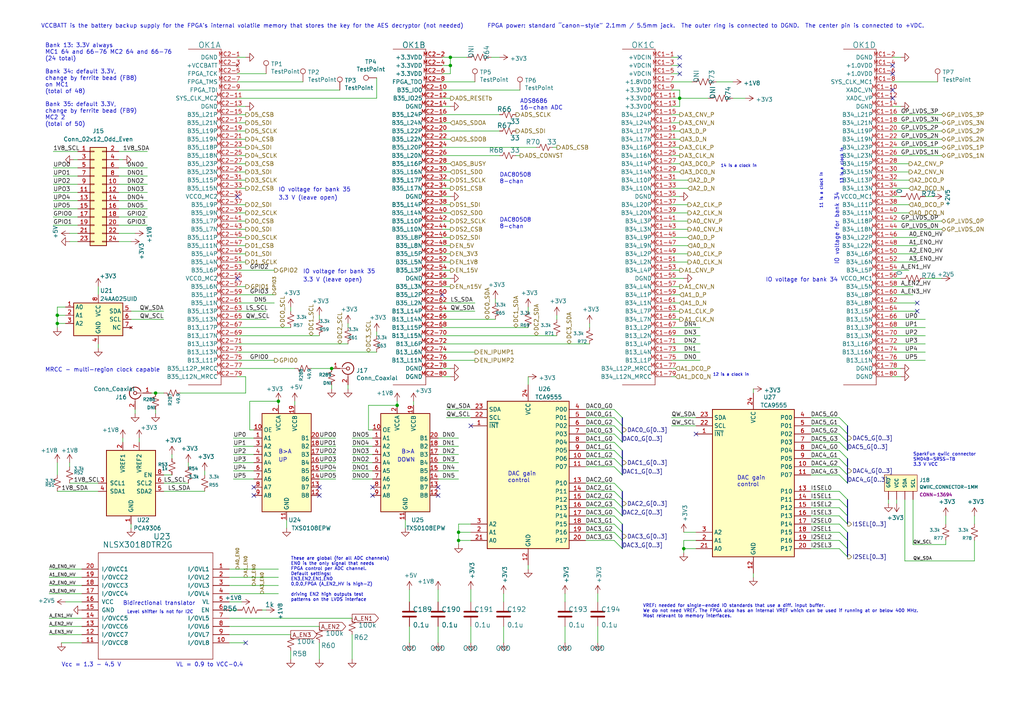
<source format=kicad_sch>
(kicad_sch (version 20211123) (generator eeschema)
  (paper "User" 317.627 222.072)
  (junction (at 86.36 124.46))
  (junction (at 142.24 165.1))
  (junction (at 142.24 167.64))
  (junction (at 139.7 17.78))
  (junction (at 212.09 170.18))
  (junction (at 210.82 30.48))
  (junction (at 17.78 97.79))
  (junction (at 48.26 121.92))
  (junction (at 102.87 114.3))
  (junction (at 17.78 100.33))
  (junction (at 139.7 20.32))
  (junction (at 123.19 125.73))
  (no_connect (at 76.2 199.39))
  (no_connect (at 276.86 27.94))
  (no_connect (at 99.06 151.13))
  (no_connect (at 78.74 153.67))
  (no_connect (at 215.9 134.62))
  (no_connect (at 284.48 96.52))
  (no_connect (at 73.66 60.96))
  (no_connect (at 137.16 91.44))
  (no_connect (at 210.82 17.78))
  (no_connect (at 336.55 21.59))
  (no_connect (at 115.57 151.13))
  (no_connect (at 276.86 30.48))
  (no_connect (at 284.48 93.98))
  (no_connect (at 210.82 22.86))
  (no_connect (at 210.82 20.32))
  (no_connect (at 276.86 22.86))
  (no_connect (at 276.86 20.32))
  (no_connect (at 78.74 151.13))
  (no_connect (at 73.66 86.36))
  (no_connect (at 99.06 153.67))
  (no_connect (at 115.57 153.67))
  (no_connect (at 135.89 153.67))
  (no_connect (at 135.89 151.13))
  (no_connect (at 146.05 132.08))
  (bus_entry (at 260.35 132.08) (size 2.54 2.54))
  (bus_entry (at 190.5 137.16) (size 2.54 2.54))
  (bus_entry (at 260.35 137.16) (size 2.54 2.54))
  (bus_entry (at 260.35 144.78) (size 2.54 2.54))
  (bus_entry (at 190.5 160.02) (size 2.54 2.54))
  (bus_entry (at 260.35 129.54) (size 2.54 2.54))
  (bus_entry (at 190.5 149.86) (size 2.54 2.54))
  (bus_entry (at 190.5 127) (size 2.54 2.54))
  (bus_entry (at 190.5 132.08) (size 2.54 2.54))
  (bus_entry (at 260.35 147.32) (size 2.54 2.54))
  (bus_entry (at 260.35 170.18) (size 2.54 2.54))
  (bus_entry (at 190.5 152.4) (size 2.54 2.54))
  (bus_entry (at 190.5 154.94) (size 2.54 2.54))
  (bus_entry (at 260.35 154.94) (size 2.54 2.54))
  (bus_entry (at 260.35 165.1) (size 2.54 2.54))
  (bus_entry (at 190.5 129.54) (size 2.54 2.54))
  (bus_entry (at 260.35 167.64) (size 2.54 2.54))
  (bus_entry (at 190.5 142.24) (size 2.54 2.54))
  (bus_entry (at 190.5 162.56) (size 2.54 2.54))
  (bus_entry (at 190.5 144.78) (size 2.54 2.54))
  (bus_entry (at 260.35 157.48) (size 2.54 2.54))
  (bus_entry (at 260.35 134.62) (size 2.54 2.54))
  (bus_entry (at 190.5 134.62) (size 2.54 2.54))
  (bus_entry (at 190.5 167.64) (size 2.54 2.54))
  (bus_entry (at 260.35 160.02) (size 2.54 2.54))
  (bus_entry (at 190.5 157.48) (size 2.54 2.54))
  (bus_entry (at 260.35 142.24) (size 2.54 2.54))
  (bus_entry (at 190.5 165.1) (size 2.54 2.54))
  (bus_entry (at 260.35 139.7) (size 2.54 2.54))
  (bus_entry (at 260.35 162.56) (size 2.54 2.54))
  (bus_entry (at 190.5 139.7) (size 2.54 2.54))
  (bus_entry (at 260.35 152.4) (size 2.54 2.54))
  (wire (pts (xy 280.67 173.99) (xy 302.26 173.99)))
  (wire (pts (xy 22.86 49.53) (xy 24.13 49.53)))
  (wire (pts (xy 283.21 168.91) (xy 293.37 168.91)))
  (wire (pts (xy 90.17 95.25) (xy 90.17 96.52)))
  (wire (pts (xy 212.09 170.18) (xy 215.9 170.18)))
  (wire (pts (xy 38.1 135.89) (xy 38.1 137.16)))
  (wire (pts (xy 25.4 179.07) (xy 15.24 179.07)))
  (bus (pts (xy 193.04 162.56) (xy 193.04 165.1)))
  (wire (pts (xy 181.61 152.4) (xy 190.5 152.4)))
  (wire (pts (xy 208.28 71.12) (xy 213.36 71.12)))
  (wire (pts (xy 208.28 76.2) (xy 213.36 76.2)))
  (wire (pts (xy 208.28 111.76) (xy 217.17 111.76)))
  (wire (pts (xy 208.28 83.82) (xy 210.82 83.82)))
  (wire (pts (xy 36.83 64.77) (xy 45.72 64.77)))
  (wire (pts (xy 73.66 43.18) (xy 76.2 43.18)))
  (wire (pts (xy 139.7 22.86) (xy 139.7 20.32)))
  (wire (pts (xy 251.46 157.48) (xy 260.35 157.48)))
  (wire (pts (xy 137.16 33.02) (xy 139.7 33.02)))
  (wire (pts (xy 135.89 143.51) (xy 142.24 143.51)))
  (wire (pts (xy 146.05 127) (xy 138.43 127)))
  (wire (pts (xy 21.59 72.39) (xy 24.13 72.39)))
  (wire (pts (xy 276.86 76.2) (xy 284.48 76.2)))
  (wire (pts (xy 17.78 100.33) (xy 20.32 100.33)))
  (wire (pts (xy 25.4 196.85) (xy 15.24 196.85)))
  (wire (pts (xy 208.28 68.58) (xy 213.36 68.58)))
  (wire (pts (xy 127 182.88) (xy 127 186.69)))
  (wire (pts (xy 281.94 55.88) (xy 276.86 55.88)))
  (wire (pts (xy 21.59 74.93) (xy 24.13 74.93)))
  (wire (pts (xy 233.68 179.07) (xy 233.68 177.8)))
  (wire (pts (xy 209.55 116.84) (xy 208.28 116.84)))
  (wire (pts (xy 276.86 91.44) (xy 283.21 91.44)))
  (wire (pts (xy 107.95 100.33) (xy 107.95 101.6)))
  (wire (pts (xy 15.24 194.31) (xy 25.4 194.31)))
  (wire (pts (xy 181.61 154.94) (xy 190.5 154.94)))
  (wire (pts (xy 58.42 143.51) (xy 58.42 144.78)))
  (wire (pts (xy 20.32 186.69) (xy 25.4 186.69)))
  (wire (pts (xy 208.28 48.26) (xy 210.82 48.26)))
  (wire (pts (xy 210.82 96.52) (xy 208.28 96.52)))
  (wire (pts (xy 276.86 50.8) (xy 281.94 50.8)))
  (wire (pts (xy 137.16 20.32) (xy 139.7 20.32)))
  (wire (pts (xy 163.83 95.25) (xy 163.83 96.52)))
  (wire (pts (xy 73.66 45.72) (xy 76.2 45.72)))
  (bus (pts (xy 262.89 170.18) (xy 262.89 172.72)))
  (wire (pts (xy 163.83 176.53) (xy 163.83 175.26)))
  (wire (pts (xy 40.64 163.83) (xy 40.64 162.56)))
  (wire (pts (xy 233.68 120.65) (xy 233.68 121.92)))
  (wire (pts (xy 181.61 132.08) (xy 190.5 132.08)))
  (wire (pts (xy 208.28 58.42) (xy 213.36 58.42)))
  (wire (pts (xy 208.28 38.1) (xy 210.82 38.1)))
  (wire (pts (xy 17.78 97.79) (xy 17.78 100.33)))
  (wire (pts (xy 208.28 45.72) (xy 210.82 45.72)))
  (wire (pts (xy 73.66 38.1) (xy 76.2 38.1)))
  (wire (pts (xy 102.87 120.65) (xy 102.87 119.38)))
  (wire (pts (xy 276.86 99.06) (xy 287.02 99.06)))
  (wire (pts (xy 146.05 194.31) (xy 146.05 199.39)))
  (bus (pts (xy 193.04 134.62) (xy 193.04 137.16)))
  (bus (pts (xy 262.89 147.32) (xy 262.89 149.86)))
  (wire (pts (xy 71.12 186.69) (xy 74.93 186.69)))
  (wire (pts (xy 208.28 60.96) (xy 210.82 60.96)))
  (wire (pts (xy 137.16 88.9) (xy 139.7 88.9)))
  (wire (pts (xy 251.46 132.08) (xy 260.35 132.08)))
  (wire (pts (xy 99.06 199.39) (xy 99.06 204.47)))
  (wire (pts (xy 114.3 133.35) (xy 114.3 125.73)))
  (wire (pts (xy 137.16 68.58) (xy 139.7 68.58)))
  (wire (pts (xy 137.16 27.94) (xy 161.29 27.94)))
  (bus (pts (xy 193.04 167.64) (xy 193.04 170.18)))
  (wire (pts (xy 208.28 66.04) (xy 213.36 66.04)))
  (wire (pts (xy 276.86 104.14) (xy 287.02 104.14)))
  (wire (pts (xy 36.83 72.39) (xy 41.91 72.39)))
  (wire (pts (xy 116.84 102.87) (xy 116.84 104.14)))
  (wire (pts (xy 280.67 154.94) (xy 280.67 173.99)))
  (wire (pts (xy 53.34 142.24) (xy 53.34 140.97)))
  (wire (pts (xy 88.9 163.83) (xy 88.9 161.29)))
  (wire (pts (xy 276.86 78.74) (xy 284.48 78.74)))
  (wire (pts (xy 215.9 167.64) (xy 212.09 167.64)))
  (wire (pts (xy 73.66 33.02) (xy 76.2 33.02)))
  (wire (pts (xy 181.61 127) (xy 190.5 127)))
  (wire (pts (xy 73.66 111.76) (xy 85.09 111.76)))
  (wire (pts (xy 215.9 129.54) (xy 208.28 129.54)))
  (wire (pts (xy 227.33 30.48) (xy 231.14 30.48)))
  (wire (pts (xy 15.24 191.77) (xy 25.4 191.77)))
  (wire (pts (xy 208.28 20.32) (xy 210.82 20.32)))
  (wire (pts (xy 73.66 50.8) (xy 76.2 50.8)))
  (wire (pts (xy 40.64 74.93) (xy 36.83 74.93)))
  (wire (pts (xy 181.61 160.02) (xy 190.5 160.02)))
  (wire (pts (xy 99.06 148.59) (xy 104.14 148.59)))
  (wire (pts (xy 38.1 49.53) (xy 36.83 49.53)))
  (wire (pts (xy 137.16 78.74) (xy 139.7 78.74)))
  (wire (pts (xy 276.86 101.6) (xy 287.02 101.6)))
  (wire (pts (xy 115.57 148.59) (xy 109.22 148.59)))
  (wire (pts (xy 137.16 73.66) (xy 139.7 73.66)))
  (wire (pts (xy 73.66 73.66) (xy 76.2 73.66)))
  (wire (pts (xy 137.16 71.12) (xy 139.7 71.12)))
  (wire (pts (xy 208.28 43.18) (xy 210.82 43.18)))
  (wire (pts (xy 137.16 53.34) (xy 139.7 53.34)))
  (bus (pts (xy 193.04 132.08) (xy 193.04 134.62)))
  (wire (pts (xy 276.86 73.66) (xy 284.48 73.66)))
  (wire (pts (xy 208.28 63.5) (xy 213.36 63.5)))
  (wire (pts (xy 251.46 144.78) (xy 260.35 144.78)))
  (wire (pts (xy 19.05 199.39) (xy 25.4 199.39)))
  (wire (pts (xy 78.74 148.59) (xy 72.39 148.59)))
  (wire (pts (xy 172.72 97.79) (xy 172.72 99.06)))
  (wire (pts (xy 139.7 50.8) (xy 137.16 50.8)))
  (wire (pts (xy 63.5 146.05) (xy 63.5 147.32)))
  (wire (pts (xy 73.66 83.82) (xy 85.09 83.82)))
  (wire (pts (xy 36.83 46.99) (xy 45.72 46.99)))
  (wire (pts (xy 73.66 78.74) (xy 76.2 78.74)))
  (wire (pts (xy 76.2 116.84) (xy 76.2 121.92)))
  (wire (pts (xy 139.7 17.78) (xy 144.78 17.78)))
  (wire (pts (xy 222.25 25.4) (xy 227.33 25.4)))
  (bus (pts (xy 193.04 129.54) (xy 193.04 132.08)))
  (wire (pts (xy 276.86 106.68) (xy 287.02 106.68)))
  (wire (pts (xy 107.95 120.65) (xy 107.95 119.38)))
  (wire (pts (xy 208.28 73.66) (xy 213.36 73.66)))
  (wire (pts (xy 73.66 114.3) (xy 91.44 114.3)))
  (wire (pts (xy 161.29 48.26) (xy 160.02 48.26)))
  (wire (pts (xy 73.66 35.56) (xy 76.2 35.56)))
  (wire (pts (xy 137.16 40.64) (xy 154.94 40.64)))
  (wire (pts (xy 137.16 99.06) (xy 153.67 99.06)))
  (wire (pts (xy 36.83 52.07) (xy 45.72 52.07)))
  (wire (pts (xy 123.19 124.46) (xy 123.19 125.73)))
  (wire (pts (xy 208.28 104.14) (xy 217.17 104.14)))
  (wire (pts (xy 15.24 176.53) (xy 25.4 176.53)))
  (bus (pts (xy 262.89 167.64) (xy 262.89 170.18)))
  (wire (pts (xy 73.66 81.28) (xy 76.2 81.28)))
  (bus (pts (xy 262.89 134.62) (xy 262.89 137.16)))
  (wire (pts (xy 135.89 138.43) (xy 142.24 138.43)))
  (wire (pts (xy 251.46 134.62) (xy 260.35 134.62)))
  (wire (pts (xy 208.28 106.68) (xy 217.17 106.68)))
  (wire (pts (xy 137.16 17.78) (xy 139.7 17.78)))
  (wire (pts (xy 71.12 191.77) (xy 109.22 191.77)))
  (wire (pts (xy 181.61 129.54) (xy 190.5 129.54)))
  (wire (pts (xy 142.24 167.64) (xy 146.05 167.64)))
  (wire (pts (xy 16.51 54.61) (xy 24.13 54.61)))
  (wire (pts (xy 36.83 57.15) (xy 45.72 57.15)))
  (wire (pts (xy 146.05 129.54) (xy 138.43 129.54)))
  (wire (pts (xy 73.66 66.04) (xy 76.2 66.04)))
  (wire (pts (xy 137.16 106.68) (xy 182.88 106.68)))
  (wire (pts (xy 137.16 60.96) (xy 139.7 60.96)))
  (wire (pts (xy 212.09 167.64) (xy 212.09 170.18)))
  (wire (pts (xy 137.16 45.72) (xy 166.37 45.72)))
  (wire (pts (xy 208.28 30.48) (xy 210.82 30.48)))
  (bus (pts (xy 193.04 157.48) (xy 193.04 160.02)))
  (wire (pts (xy 181.61 134.62) (xy 190.5 134.62)))
  (bus (pts (xy 193.04 154.94) (xy 193.04 157.48)))
  (wire (pts (xy 156.21 194.31) (xy 156.21 199.39)))
  (wire (pts (xy 139.7 58.42) (xy 137.16 58.42)))
  (wire (pts (xy 73.66 96.52) (xy 82.55 96.52)))
  (wire (pts (xy 276.86 88.9) (xy 283.21 88.9)))
  (wire (pts (xy 276.86 68.58) (xy 292.1 68.58)))
  (wire (pts (xy 208.28 50.8) (xy 210.82 50.8)))
  (wire (pts (xy 36.83 62.23) (xy 45.72 62.23)))
  (wire (pts (xy 21.59 143.51) (xy 21.59 144.78)))
  (wire (pts (xy 181.61 144.78) (xy 190.5 144.78)))
  (bus (pts (xy 262.89 142.24) (xy 262.89 144.78)))
  (wire (pts (xy 116.84 30.48) (xy 116.84 24.13)))
  (wire (pts (xy 208.28 22.86) (xy 210.82 22.86)))
  (wire (pts (xy 86.36 124.46) (xy 77.47 124.46)))
  (wire (pts (xy 137.16 48.26) (xy 154.94 48.26)))
  (wire (pts (xy 115.57 143.51) (xy 109.22 143.51)))
  (wire (pts (xy 114.3 125.73) (xy 123.19 125.73)))
  (wire (pts (xy 30.48 149.86) (xy 21.59 149.86)))
  (wire (pts (xy 115.57 146.05) (xy 109.22 146.05)))
  (bus (pts (xy 193.04 165.1) (xy 193.04 167.64)))
  (wire (pts (xy 283.21 154.94) (xy 283.21 168.91)))
  (wire (pts (xy 181.61 137.16) (xy 190.5 137.16)))
  (wire (pts (xy 46.99 121.92) (xy 48.26 121.92)))
  (wire (pts (xy 73.66 17.78) (xy 76.2 17.78)))
  (wire (pts (xy 71.12 184.15) (xy 86.36 184.15)))
  (wire (pts (xy 30.48 152.4) (xy 17.78 152.4)))
  (wire (pts (xy 276.86 83.82) (xy 281.94 83.82)))
  (wire (pts (xy 208.28 40.64) (xy 210.82 40.64)))
  (wire (pts (xy 76.2 116.84) (xy 73.66 116.84)))
  (wire (pts (xy 24.13 69.85) (xy 16.51 69.85)))
  (wire (pts (xy 251.46 170.18) (xy 260.35 170.18)))
  (bus (pts (xy 262.89 157.48) (xy 262.89 160.02)))
  (wire (pts (xy 213.36 81.28) (xy 208.28 81.28)))
  (wire (pts (xy 210.82 30.48) (xy 219.71 30.48)))
  (wire (pts (xy 146.05 162.56) (xy 142.24 162.56)))
  (wire (pts (xy 185.42 186.69) (xy 185.42 184.15)))
  (wire (pts (xy 72.39 135.89) (xy 78.74 135.89)))
  (wire (pts (xy 208.28 33.02) (xy 210.82 33.02)))
  (wire (pts (xy 276.86 109.22) (xy 287.02 109.22)))
  (wire (pts (xy 276.86 38.1) (xy 292.1 38.1)))
  (wire (pts (xy 276.86 71.12) (xy 292.1 71.12)))
  (wire (pts (xy 276.86 33.02) (xy 279.4 33.02)))
  (wire (pts (xy 137.16 66.04) (xy 139.7 66.04)))
  (wire (pts (xy 40.64 96.52) (xy 50.8 96.52)))
  (wire (pts (xy 78.74 146.05) (xy 72.39 146.05)))
  (wire (pts (xy 251.46 165.1) (xy 260.35 165.1)))
  (wire (pts (xy 81.28 189.23) (xy 82.55 189.23)))
  (wire (pts (xy 181.61 142.24) (xy 190.5 142.24)))
  (wire (pts (xy 135.89 135.89) (xy 142.24 135.89)))
  (wire (pts (xy 251.46 160.02) (xy 260.35 160.02)))
  (wire (pts (xy 181.61 139.7) (xy 190.5 139.7)))
  (wire (pts (xy 208.28 53.34) (xy 210.82 53.34)))
  (wire (pts (xy 287.02 60.96) (xy 289.56 60.96)))
  (wire (pts (xy 71.12 189.23) (xy 73.66 189.23)))
  (wire (pts (xy 154.94 17.78) (xy 152.4 17.78)))
  (wire (pts (xy 210.82 30.48) (xy 210.82 33.02)))
  (wire (pts (xy 146.05 182.88) (xy 146.05 186.69)))
  (wire (pts (xy 73.66 63.5) (xy 76.2 63.5)))
  (wire (pts (xy 215.9 132.08) (xy 208.28 132.08)))
  (wire (pts (xy 109.22 135.89) (xy 115.57 135.89)))
  (wire (pts (xy 137.16 86.36) (xy 139.7 86.36)))
  (wire (pts (xy 41.91 127) (xy 41.91 128.27)))
  (bus (pts (xy 262.89 132.08) (xy 262.89 134.62)))
  (wire (pts (xy 137.16 35.56) (xy 154.94 35.56)))
  (wire (pts (xy 137.16 25.4) (xy 147.32 25.4)))
  (wire (pts (xy 135.89 148.59) (xy 142.24 148.59)))
  (bus (pts (xy 193.04 152.4) (xy 193.04 154.94)))
  (bus (pts (xy 193.04 142.24) (xy 193.04 144.78)))
  (wire (pts (xy 276.86 35.56) (xy 292.1 35.56)))
  (wire (pts (xy 99.06 146.05) (xy 104.14 146.05)))
  (wire (pts (xy 30.48 88.9) (xy 30.48 91.44)))
  (wire (pts (xy 36.83 69.85) (xy 45.72 69.85)))
  (wire (pts (xy 137.16 43.18) (xy 139.7 43.18)))
  (wire (pts (xy 24.13 46.99) (xy 16.51 46.99)))
  (wire (pts (xy 115.57 133.35) (xy 114.3 133.35)))
  (wire (pts (xy 182.88 100.33) (xy 182.88 101.6)))
  (wire (pts (xy 208.28 17.78) (xy 210.82 17.78)))
  (wire (pts (xy 251.46 139.7) (xy 260.35 139.7)))
  (wire (pts (xy 16.51 64.77) (xy 24.13 64.77)))
  (wire (pts (xy 276.86 17.78) (xy 279.4 17.78)))
  (wire (pts (xy 16.51 57.15) (xy 24.13 57.15)))
  (wire (pts (xy 251.46 167.64) (xy 260.35 167.64)))
  (wire (pts (xy 137.16 116.84) (xy 139.7 116.84)))
  (wire (pts (xy 281.94 63.5) (xy 276.86 63.5)))
  (wire (pts (xy 276.86 58.42) (xy 281.94 58.42)))
  (wire (pts (xy 276.86 81.28) (xy 284.48 81.28)))
  (wire (pts (xy 139.7 17.78) (xy 139.7 20.32)))
  (wire (pts (xy 251.46 162.56) (xy 260.35 162.56)))
  (wire (pts (xy 163.83 116.84) (xy 163.83 119.38)))
  (bus (pts (xy 262.89 160.02) (xy 262.89 162.56)))
  (wire (pts (xy 48.26 128.27) (xy 48.26 127)))
  (wire (pts (xy 77.47 133.35) (xy 78.74 133.35)))
  (wire (pts (xy 146.05 165.1) (xy 142.24 165.1)))
  (wire (pts (xy 137.16 101.6) (xy 163.83 101.6)))
  (wire (pts (xy 137.16 63.5) (xy 139.7 63.5)))
  (wire (pts (xy 251.46 154.94) (xy 260.35 154.94)))
  (wire (pts (xy 78.74 140.97) (xy 72.39 140.97)))
  (wire (pts (xy 212.09 171.45) (xy 212.09 170.18)))
  (wire (pts (xy 73.66 53.34) (xy 76.2 53.34)))
  (wire (pts (xy 36.83 59.69) (xy 45.72 59.69)))
  (wire (pts (xy 36.83 54.61) (xy 45.72 54.61)))
  (wire (pts (xy 251.46 147.32) (xy 260.35 147.32)))
  (wire (pts (xy 276.86 111.76) (xy 287.02 111.76)))
  (wire (pts (xy 302.26 167.64) (xy 302.26 173.99)))
  (wire (pts (xy 76.2 88.9) (xy 73.66 88.9)))
  (wire (pts (xy 276.86 96.52) (xy 284.48 96.52)))
  (wire (pts (xy 213.36 78.74) (xy 208.28 78.74)))
  (wire (pts (xy 142.24 162.56) (xy 142.24 165.1)))
  (wire (pts (xy 50.8 152.4) (xy 63.5 152.4)))
  (wire (pts (xy 275.59 156.21) (xy 275.59 154.94)))
  (bus (pts (xy 262.89 144.78) (xy 262.89 147.32)))
  (wire (pts (xy 115.57 140.97) (xy 109.22 140.97)))
  (wire (pts (xy 73.66 101.6) (xy 90.17 101.6)))
  (wire (pts (xy 137.16 104.14) (xy 172.72 104.14)))
  (wire (pts (xy 50.8 147.32) (xy 53.34 147.32)))
  (wire (pts (xy 73.66 55.88) (xy 76.2 55.88)))
  (wire (pts (xy 137.16 83.82) (xy 139.7 83.82)))
  (wire (pts (xy 73.66 109.22) (xy 116.84 109.22)))
  (wire (pts (xy 137.16 109.22) (xy 147.32 109.22)))
  (wire (pts (xy 302.26 160.02) (xy 302.26 162.56)))
  (wire (pts (xy 208.28 91.44) (xy 210.82 91.44)))
  (wire (pts (xy 276.86 116.84) (xy 279.4 116.84)))
  (wire (pts (xy 91.44 124.46) (xy 91.44 125.73)))
  (wire (pts (xy 99.06 143.51) (xy 104.14 143.51)))
  (wire (pts (xy 208.28 35.56) (xy 210.82 35.56)))
  (wire (pts (xy 25.4 184.15) (xy 15.24 184.15)))
  (wire (pts (xy 17.78 95.25) (xy 17.78 97.79)))
  (wire (pts (xy 281.94 66.04) (xy 276.86 66.04)))
  (wire (pts (xy 77.47 124.46) (xy 77.47 133.35)))
  (wire (pts (xy 137.16 93.98) (xy 147.32 93.98)))
  (wire (pts (xy 16.51 52.07) (xy 24.13 52.07)))
  (wire (pts (xy 99.06 138.43) (xy 104.14 138.43)))
  (wire (pts (xy 73.66 25.4) (xy 93.98 25.4)))
  (wire (pts (xy 50.8 99.06) (xy 40.64 99.06)))
  (wire (pts (xy 20.32 95.25) (xy 17.78 95.25)))
  (wire (pts (xy 99.06 140.97) (xy 104.14 140.97)))
  (wire (pts (xy 287.02 86.36) (xy 292.1 86.36)))
  (wire (pts (xy 139.7 30.48) (xy 137.16 30.48)))
  (wire (pts (xy 135.89 140.97) (xy 142.24 140.97)))
  (wire (pts (xy 171.45 45.72) (xy 172.72 45.72)))
  (wire (pts (xy 73.66 71.12) (xy 76.2 71.12)))
  (wire (pts (xy 137.16 111.76) (xy 147.32 111.76)))
  (wire (pts (xy 208.28 101.6) (xy 217.17 101.6)))
  (wire (pts (xy 153.67 92.71) (xy 153.67 93.98)))
  (wire (pts (xy 17.78 143.51) (xy 17.78 147.32)))
  (wire (pts (xy 73.66 76.2) (xy 76.2 76.2)))
  (wire (pts (xy 293.37 168.91) (xy 293.37 167.64)))
  (wire (pts (xy 175.26 194.31) (xy 175.26 199.39)))
  (wire (pts (xy 78.74 138.43) (xy 72.39 138.43)))
  (wire (pts (xy 137.16 38.1) (xy 139.7 38.1)))
  (wire (pts (xy 36.83 67.31) (xy 45.72 67.31)))
  (wire (pts (xy 276.86 114.3) (xy 279.4 114.3)))
  (wire (pts (xy 210.82 99.06) (xy 208.28 99.06)))
  (bus (pts (xy 193.04 139.7) (xy 193.04 142.24)))
  (wire (pts (xy 71.12 181.61) (xy 86.36 181.61)))
  (wire (pts (xy 251.46 142.24) (xy 260.35 142.24)))
  (wire (pts (xy 73.66 30.48) (xy 116.84 30.48)))
  (wire (pts (xy 73.66 93.98) (xy 85.09 93.98)))
  (wire (pts (xy 96.52 114.3) (xy 102.87 114.3)))
  (wire (pts (xy 276.86 60.96) (xy 279.4 60.96)))
  (wire (pts (xy 30.48 107.95) (xy 30.48 106.68)))
  (wire (pts (xy 137.16 81.28) (xy 139.7 81.28)))
  (wire (pts (xy 251.46 152.4) (xy 260.35 152.4)))
  (wire (pts (xy 251.46 137.16) (xy 260.35 137.16)))
  (wire (pts (xy 208.28 55.88) (xy 213.36 55.88)))
  (wire (pts (xy 73.66 68.58) (xy 76.2 68.58)))
  (wire (pts (xy 276.86 40.64) (xy 292.1 40.64)))
  (wire (pts (xy 50.8 121.92) (xy 48.26 121.92)))
  (bus (pts (xy 193.04 144.78) (xy 193.04 147.32)))
  (wire (pts (xy 73.66 27.94) (xy 105.41 27.94)))
  (wire (pts (xy 137.16 114.3) (xy 139.7 114.3)))
  (wire (pts (xy 175.26 186.69) (xy 175.26 184.15)))
  (wire (pts (xy 71.12 194.31) (xy 99.06 194.31)))
  (wire (pts (xy 73.66 91.44) (xy 85.09 91.44)))
  (wire (pts (xy 90.17 196.85) (xy 71.12 196.85)))
  (wire (pts (xy 24.13 67.31) (xy 16.51 67.31)))
  (wire (pts (xy 73.66 99.06) (xy 82.55 99.06)))
  (wire (pts (xy 181.61 157.48) (xy 190.5 157.48)))
  (wire (pts (xy 293.37 160.02) (xy 293.37 162.56)))
  (wire (pts (xy 137.16 55.88) (xy 139.7 55.88)))
  (wire (pts (xy 251.46 129.54) (xy 260.35 129.54)))
  (wire (pts (xy 125.73 163.83) (xy 125.73 161.29)))
  (wire (pts (xy 181.61 165.1) (xy 190.5 165.1)))
  (bus (pts (xy 262.89 154.94) (xy 262.89 157.48)))
  (wire (pts (xy 135.89 182.88) (xy 135.89 186.69)))
  (wire (pts (xy 137.16 22.86) (xy 139.7 22.86)))
  (wire (pts (xy 210.82 27.94) (xy 210.82 30.48)))
  (wire (pts (xy 86.36 124.46) (xy 86.36 125.73)))
  (wire (pts (xy 43.18 137.16) (xy 43.18 135.89)))
  (wire (pts (xy 208.28 86.36) (xy 212.09 86.36)))
  (wire (pts (xy 142.24 165.1) (xy 142.24 167.64)))
  (wire (pts (xy 276.86 86.36) (xy 279.4 86.36)))
  (wire (pts (xy 16.51 59.69) (xy 24.13 59.69)))
  (wire (pts (xy 276.86 48.26) (xy 292.1 48.26)))
  (wire (pts (xy 71.12 199.39) (xy 76.2 199.39)))
  (wire (pts (xy 86.36 179.07) (xy 71.12 179.07)))
  (wire (pts (xy 73.66 40.64) (xy 76.2 40.64)))
  (wire (pts (xy 73.66 22.86) (xy 82.55 22.86)))
  (wire (pts (xy 135.89 194.31) (xy 135.89 199.39)))
  (wire (pts (xy 137.16 96.52) (xy 147.32 96.52)))
  (wire (pts (xy 276.86 45.72) (xy 292.1 45.72)))
  (wire (pts (xy 208.28 27.94) (xy 210.82 27.94)))
  (wire (pts (xy 181.61 149.86) (xy 190.5 149.86)))
  (wire (pts (xy 142.24 168.91) (xy 142.24 167.64)))
  (wire (pts (xy 55.88 121.92) (xy 76.2 121.92)))
  (wire (pts (xy 73.66 104.14) (xy 99.06 104.14)))
  (wire (pts (xy 17.78 101.6) (xy 17.78 100.33)))
  (wire (pts (xy 208.28 25.4) (xy 214.63 25.4)))
  (bus (pts (xy 262.89 165.1) (xy 262.89 167.64)))
  (wire (pts (xy 90.17 201.93) (xy 90.17 204.47)))
  (bus (pts (xy 262.89 137.16) (xy 262.89 139.7)))
  (wire (pts (xy 208.28 88.9) (xy 210.82 88.9)))
  (wire (pts (xy 208.28 109.22) (xy 217.17 109.22)))
  (wire (pts (xy 71.12 176.53) (xy 86.36 176.53)))
  (wire (pts (xy 278.13 156.21) (xy 278.13 154.94)))
  (wire (pts (xy 215.9 165.1) (xy 212.09 165.1)))
  (wire (pts (xy 276.86 93.98) (xy 284.48 93.98)))
  (wire (pts (xy 185.42 194.31) (xy 185.42 199.39)))
  (wire (pts (xy 73.66 58.42) (xy 76.2 58.42)))
  (wire (pts (xy 50.8 149.86) (xy 58.42 149.86)))
  (wire (pts (xy 16.51 62.23) (xy 24.13 62.23)))
  (wire (pts (xy 135.89 146.05) (xy 142.24 146.05)))
  (wire (pts (xy 128.27 124.46) (xy 128.27 125.73)))
  (wire (pts (xy 181.61 167.64) (xy 190.5 167.64)))
  (wire (pts (xy 276.86 25.4) (xy 290.83 25.4)))
  (wire (pts (xy 137.16 76.2) (xy 139.7 76.2)))
  (wire (pts (xy 115.57 138.43) (xy 109.22 138.43)))
  (wire (pts (xy 99.06 135.89) (xy 104.14 135.89)))
  (wire (pts (xy 78.74 143.51) (xy 72.39 143.51)))
  (wire (pts (xy 209.55 114.3) (xy 208.28 114.3)))
  (wire (pts (xy 156.21 186.69) (xy 156.21 184.15)))
  (wire (pts (xy 15.24 181.61) (xy 25.4 181.61)))
  (wire (pts (xy 181.61 162.56) (xy 190.5 162.56)))
  (wire (pts (xy 73.66 48.26) (xy 76.2 48.26)))
  (wire (pts (xy 276.86 43.18) (xy 292.1 43.18)))
  (wire (pts (xy 276.86 53.34) (xy 281.94 53.34)))
  (wire (pts (xy 20.32 97.79) (xy 17.78 97.79)))
  (wire (pts (xy 73.66 106.68) (xy 107.95 106.68)))
  (wire (pts (xy 127 194.31) (xy 127 199.39)))
  (wire (pts (xy 109.22 196.85) (xy 109.22 204.47)))
  (wire (pts (xy 99.06 97.79) (xy 99.06 99.06)))
  (wire (pts (xy 208.28 93.98) (xy 210.82 93.98)))
  (text "UP" (at 86.36 143.51 0) (effects (font (size 1.27 1.27)) (justify left bottom)))
  (text "B>A" (at 86.36 140.97 0) (effects (font (size 1.27 1.27)) (justify left bottom)))
  (text "These are global (for all ADC channels)\nEN0 is the only signal that needs \nFPGA control per ADC channel.\nDefault settings: \nEN3,EN2,EN1,EN0 \n0,0,0,FPGA (A_EN2_HV is high-Z)\n\ndriving EN2 high outputs test\npatterns on the LVDS interface" (at 90.17 186.69 0) (effects (font (size 0.9906 0.9906)) (justify left bottom)))
  (text "Bank 35: default 3.3V, \nchange by ferrite bead (FB9)\nMC2 2\n(total of 50)" (at 13.97 39.37 0) (effects (font (size 1.27 1.27)) (justify left bottom)))
  (text "DAC80508\n8-chan" (at 154.94 71.12 0) (effects (font (size 1.27 1.27)) (justify left bottom)))
  (text "Bank 34: default 3.3V, \nchange by ferrite bead (FB8)\non MC1 \n(total of 48) " (at 13.97 29.21 0) (effects (font (size 1.27 1.27)) (justify left bottom)))
  (text "MRCC - multi-region clock capable" (at 13.97 115.57 0) (effects (font (size 1.27 1.27)) (justify left bottom)))
  (text "Bidirectional translator" (at 38.1 187.96 0) (effects (font (size 1.27 1.27)) (justify left bottom)))
  (text "11 is a clock in" (at 255.27 64.77 90) (effects (font (size 0.889 0.889)) (justify left bottom)))
  (text "IO voltage for bank 35" (at 86.36 59.69 0) (effects (font (size 1.27 1.27)) (justify left bottom)))
  (text "3.3 V (leave open)" (at 86.36 62.23 0) (effects (font (size 1.27 1.27)) (justify left bottom)))
  (text "IO voltage for bank 35" (at 93.98 85.09 0) (effects (font (size 1.27 1.27)) (justify left bottom)))
  (text "IO voltage for bank 34" (at 237.49 87.63 0) (effects (font (size 1.27 1.27)) (justify left bottom)))
  (text "SparkFun qwiic connector\nSM04B-SRSS-TB\n3.3 V VCC" (at 283.21 144.78 0) (effects (font (size 0.9906 0.9906)) (justify left bottom)))
  (text "Vcc = 1.3 - 4.5 V" (at 19.05 207.01 0) (effects (font (size 1.27 1.27)) (justify left bottom)))
  (text "B>A" (at 124.46 140.97 0) (effects (font (size 1.27 1.27)) (justify left bottom)))
  (text "14 is a clock in" (at 223.52 52.07 0) (effects (font (size 0.889 0.889)) (justify left bottom)))
  (text "13 is a clock in" (at 261.62 57.15 90) (effects (font (size 0.889 0.889)) (justify left bottom)))
  (text "DAC gain \ncontrol" (at 157.48 149.86 0) (effects (font (size 1.27 1.27)) (justify left bottom)))
  (text "FPGA power: standard “canon-style” 2.1mm / 5.5mm jack.  The outer ring is connected to DGND.  The center pin is connected to +VDC." (at 151.13 8.89 0) (effects (font (size 1.27 1.27)) (justify left bottom)))
  (text "VREF: needed for single-ended IO standards that use a diff. input buffer.\nWe do not need VREF. The FPGA also has an internal VREF which can be used if running at or below 400 MHz. \nMost relevant to memory interfaces. " (at 199.39 191.77 0) (effects (font (size 0.9906 0.9906)) (justify left bottom)))
  (text "3.3 V (leave open)" (at 93.98 87.63 0) (effects (font (size 1.27 1.27)) (justify left bottom)))
  (text "DAC gain \ncontrol" (at 228.6 151.13 0) (effects (font (size 1.27 1.27)) (justify left bottom)))
  (text "Level shifter is not for I2C " (at 39.37 190.5 0) (effects (font (size 0.9906 0.9906)) (justify left bottom)))
  (text "VL = 0.9 to VCC-0.4" (at 54.61 207.01 0) (effects (font (size 1.27 1.27)) (justify left bottom)))
  (text "DOWN" (at 123.19 143.51 0) (effects (font (size 1.27 1.27)) (justify left bottom)))
  (text "Bank 13: 3.3V always\nMC1 64 and 66-76  MC2 64 and 66-76 \n(24 total)" (at 13.97 19.05 0) (effects (font (size 1.27 1.27)) (justify left bottom)))
  (text "IO voltage for bank 34" (at 260.35 59.69 270) (effects (font (size 1.27 1.27)) (justify right bottom)))
  (text "ADS8686\n16-chan ADC" (at 161.29 34.29 0) (effects (font (size 1.27 1.27)) (justify left bottom)))
  (text "DAC80508\n8-chan" (at 154.94 57.15 0) (effects (font (size 1.27 1.27)) (justify left bottom)))
  (text "VCCBATT is the battery backup supply for the FPGA’s internal volatile memory that stores the key for the AES decryptor (not needed)" (at 12.7 8.89 0) (effects (font (size 1.27 1.27)) (justify left bottom)))
  (text "12 is a clock in" (at 232.41 116.84 180) (effects (font (size 0.889 0.889)) (justify right bottom)))
  (label "GP_LVDS_1N" (at 279.4 48.26 0))
  (label "QW_SCL" (at 283.21 168.91 0) (effects (font (size 0.9906 0.9906))))
  (label "DAC5_G3" (at 251.46 137.16 0))
  (label "DN3" (at 137.16 143.51 0))
  (label "GP_LVDS_0P" (at 279.4 68.58 0))
  (label "I2SEL0" (at 251.46 162.56 0))
  (label "DN5" (at 78.74 93.98 0))
  (label "DAC5_G2" (at 251.46 134.62 0))
  (label "A1_EN0_HV" (at 15.24 179.07 0) (effects (font (size 0.9906 0.9906))))
  (label "DAC2_G[0..3]" (at 193.04 160.02 0))
  (label "DN1" (at 137.16 138.43 0))
  (label "DAC3_G[0..3]" (at 193.04 170.18 0))
  (label "UP4" (at 280.67 109.22 0))
  (label "A_EN2_HV" (at 15.24 194.31 0) (effects (font (size 0.9906 0.9906))))
  (label "DAC2_G1" (at 181.61 152.4 0))
  (label "A2_EN0_HV" (at 15.24 181.61 0) (effects (font (size 0.9906 0.9906))))
  (label "UP1" (at 280.67 101.6 0))
  (label "A_EN1_HV" (at 15.24 191.77 0) (effects (font (size 0.9906 0.9906))))
  (label "DNO1" (at 39.37 54.61 0))
  (label "DN4" (at 137.16 146.05 0))
  (label "GPIO2" (at 77.47 83.82 0))
  (label "DAC2_G2" (at 181.61 154.94 0))
  (label "GPIO3" (at 77.47 91.44 0))
  (label "I1SEL0" (at 251.46 152.4 0))
  (label "DAC5_G1" (at 251.46 132.08 0))
  (label "UP5" (at 72.39 148.59 0))
  (label "A_EN1_HV" (at 279.4 83.82 0))
  (label "DAC4_G3" (at 251.46 147.32 0))
  (label "UPO3" (at 99.06 143.51 0))
  (label "DAC2_G0" (at 181.61 149.86 0))
  (label "QW_SCL" (at 138.43 129.54 0))
  (label "DNO5" (at 39.37 64.77 0))
  (label "1V8_SCL" (at 22.86 149.86 0))
  (label "UPO5" (at 16.51 64.77 0))
  (label "1V8_SCL" (at 16.51 46.99 0))
  (label "DAC0_G1" (at 181.61 129.54 0))
  (label "UPO2" (at 16.51 57.15 0))
  (label "DAC4_G[0..3]" (at 262.89 149.86 0))
  (label "QW_SDA" (at 138.43 127 0))
  (label "QW_SDA" (at 139.7 96.52 0))
  (label "DNO2" (at 39.37 57.15 0))
  (label "QW_SCL" (at 76.2 99.06 0))
  (label "UP1" (at 72.39 138.43 0))
  (label "QW_SCL" (at 50.8 99.06 180))
  (label "UPO1" (at 99.06 138.43 0))
  (label "UPO5" (at 99.06 148.59 0))
  (label "DAC2_G3" (at 181.61 157.48 0))
  (label "UPO0" (at 99.06 135.89 0))
  (label "QW_SDA" (at 283.21 173.99 0) (effects (font (size 0.9906 0.9906))))
  (label "UPO2" (at 99.06 140.97 0))
  (label "I1SEL1" (at 251.46 154.94 0))
  (label "DAC5_G[0..3]" (at 262.89 139.7 0))
  (label "DNO2" (at 109.22 143.51 0))
  (label "QW_SCL" (at 208.28 132.08 0))
  (label "DAC0_G0" (at 181.61 127 0))
  (label "A_EN2_HV" (at 279.4 88.9 0))
  (label "DAC0_G3" (at 181.61 134.62 0))
  (label "GP_LVDS_0N" (at 279.4 71.12 0))
  (label "A3_EN0_HV" (at 281.94 81.28 0))
  (label "GPIO3" (at 39.37 69.85 0))
  (label "UPO4" (at 16.51 62.23 0))
  (label "DAC4_G1" (at 251.46 142.24 0))
  (label "GPIO1" (at 16.51 69.85 0))
  (label "A_EN3_HV" (at 279.4 91.44 0))
  (label "A3_EN0_HV" (at 15.24 184.15 0) (effects (font (size 0.9906 0.9906))))
  (label "DAC0_G[0..3]" (at 193.04 137.16 0))
  (label "GP_LVDS_2P" (at 279.4 40.64 0))
  (label "DN0" (at 212.09 111.76 0))
  (label "GP_LVDS_1P" (at 279.4 45.72 0))
  (label "DAC0_G2" (at 181.61 132.08 0))
  (label "UP5" (at 280.67 111.76 0))
  (label "I2SEL3" (at 251.46 170.18 0))
  (label "DAC1_G3" (at 181.61 144.78 0))
  (label "UPO1" (at 16.51 54.61 0))
  (label "DNO0" (at 39.37 52.07 0))
  (label "UP3" (at 280.67 106.68 0))
  (label "GPIO2" (at 39.37 67.31 0))
  (label "LS_SDA" (at 139.7 93.98 0))
  (label "UPO0" (at 16.51 52.07 0))
  (label "GPIO0" (at 16.51 67.31 0))
  (label "DN2" (at 212.09 106.68 0))
  (label "I2SEL2" (at 251.46 167.64 0))
  (label "DNO5" (at 109.22 135.89 0))
  (label "LS_SDA" (at 52.07 152.4 0))
  (label "A0_EN0_HV" (at 281.94 73.66 0))
  (label "DNO4" (at 39.37 62.23 0))
  (label "DAC3_G0" (at 181.61 160.02 0))
  (label "UP4" (at 72.39 146.05 0))
  (label "DN2" (at 137.16 140.97 0))
  (label "DAC5_G0" (at 251.46 129.54 0))
  (label "UPO4" (at 99.06 146.05 0))
  (label "UPO3" (at 16.51 59.69 0))
  (label "UP0" (at 72.39 135.89 0))
  (label "DN0" (at 137.16 135.89 0))
  (label "LS_SCL" (at 50.8 149.86 0))
  (label "GP_LVDS_3N" (at 279.4 38.1 0))
  (label "1V8_SDA" (at 19.05 152.4 0))
  (label "LS_SCL" (at 76.2 96.52 0))
  (label "1V8_SDA" (at 38.1 46.99 0))
  (label "DNO3" (at 39.37 59.69 0))
  (label "DAC1_G0" (at 181.61 137.16 0))
  (label "DAC1_G1" (at 181.61 139.7 0))
  (label "I1SEL3" (at 251.46 160.02 0))
  (label "QW_SDA" (at 50.8 96.52 180))
  (label "GP_LVDS_2N" (at 279.4 43.18 0))
  (label "QW_SDA" (at 208.28 129.54 0))
  (label "DNO1" (at 109.22 146.05 0))
  (label "DN1" (at 212.09 109.22 0))
  (label "DNO4" (at 109.22 138.43 0))
  (label "DNO0" (at 109.22 148.59 0))
  (label "GPIO0" (at 77.47 111.76 0))
  (label "DN4" (at 212.09 101.6 0))
  (label "DAC1_G[0..3]" (at 193.04 147.32 0))
  (label "DAC4_G0" (at 251.46 139.7 0))
  (label "DAC3_G2" (at 181.61 165.1 0))
  (label "DAC1_G2" (at 181.61 142.24 0))
  (label "UP0" (at 280.67 99.06 0))
  (label "UP2" (at 72.39 140.97 0))
  (label "DNO3" (at 109.22 140.97 0))
  (label "UP3" (at 72.39 143.51 0))
  (label "A0_EN0_HV" (at 15.24 176.53 0) (effects (font (size 0.9906 0.9906))))
  (label "I1SEL2" (at 251.46 157.48 0))
  (label "A_EN3_HV" (at 15.24 196.85 0) (effects (font (size 0.9906 0.9906))))
  (label "A1_EN0_HV" (at 281.94 76.2 0))
  (label "DN3" (at 212.09 104.14 0))
  (label "A2_EN0_HV" (at 281.94 78.74 0))
  (label "DAC3_G3" (at 181.61 167.64 0))
  (label "UP2" (at 280.67 104.14 0))
  (label "I2SEL1" (at 251.46 165.1 0))
  (label "DN5" (at 137.16 148.59 0))
  (label "DAC3_G1" (at 181.61 162.56 0))
  (label "GP_LVDS_3P" (at 279.4 35.56 0))
  (label "DAC4_G2" (at 251.46 144.78 0))
  (global_label "A_EN1" (shape output) (at 109.22 191.77 0) (property "Intersheet References" "${INTERSHEET_REFS}" (effects hide)))
  (global_label "A_EN2" (shape output) (at 99.06 194.31 0) (property "Intersheet References" "${INTERSHEET_REFS}" (effects hide)))
  (global_label "A_EN3" (shape output) (at 90.17 196.85 0) (property "Intersheet References" "${INTERSHEET_REFS}" (effects hide)))
  (hierarchical_label "A2_CLK_P" (shape output) (at 213.36 63.5 0))
  (hierarchical_label "ADS_CSB" (shape output) (at 172.72 45.72 0))
  (hierarchical_label "ADS_RESETb" (shape output) (at 139.7 30.48 0))
  (hierarchical_label "A0_D_N" (shape input) (at 213.36 76.2 0))
  (hierarchical_label "EN_5V" (shape output) (at 139.7 76.2 0))
  (hierarchical_label "GP_LVDS_0P" (shape bidirectional) (at 292.1 68.58 0))
  (hierarchical_label "A2_CNV_N" (shape output) (at 281.94 53.34 0))
  (hierarchical_label "EN_IPUMP1" (shape output) (at 147.32 109.22 0))
  (hierarchical_label "D3_SCLK" (shape output) (at 76.2 55.88 0))
  (hierarchical_label "D4_CSB" (shape output) (at 76.2 43.18 0))
  (hierarchical_label "EN_3V3" (shape output) (at 139.7 78.74 0))
  (hierarchical_label "DC3_SCL" (shape bidirectional) (at 114.3 109.22 90))
  (hierarchical_label "DS2_SDO" (shape input) (at 139.7 66.04 0))
  (hierarchical_label "A1_D_N" (shape input) (at 210.82 93.98 0))
  (hierarchical_label "A1_D_P" (shape input) (at 210.82 91.44 0))
  (hierarchical_label "D0_SDI" (shape output) (at 76.2 71.12 0))
  (hierarchical_label "D4_SDI" (shape output) (at 76.2 45.72 0))
  (hierarchical_label "A1_DCO_N" (shape input) (at 209.55 116.84 0))
  (hierarchical_label "EN_1V8" (shape output) (at 139.7 81.28 0))
  (hierarchical_label "DS2_CSB" (shape output) (at 139.7 71.12 0))
  (hierarchical_label "A2_CNV_P" (shape output) (at 281.94 50.8 0))
  (hierarchical_label "A1_CNV_P" (shape output) (at 210.82 83.82 0))
  (hierarchical_label "D1_CSB" (shape output) (at 76.2 76.2 0))
  (hierarchical_label "D3_CSB" (shape output) (at 76.2 50.8 0))
  (hierarchical_label "A3_DCO_N" (shape input) (at 210.82 53.34 0))
  (hierarchical_label "DAC1_G[0..3]" (shape output) (at 193.04 143.51 0))
  (hierarchical_label "DS1_SDI" (shape output) (at 139.7 63.5 0))
  (hierarchical_label "DS1_SDO" (shape input) (at 139.7 53.34 0))
  (hierarchical_label "A1_CNV_N" (shape output) (at 210.82 88.9 0))
  (hierarchical_label "DAC5_G[0..3]" (shape output) (at 262.89 135.89 0))
  (hierarchical_label "A0_CNV_P" (shape output) (at 213.36 68.58 0))
  (hierarchical_label "D2_CSB" (shape output) (at 76.2 58.42 0))
  (hierarchical_label "A2_DCO_N" (shape input) (at 281.94 58.42 0))
  (hierarchical_label "A0_EN0" (shape output) (at 73.66 176.53 90) (effects (font (size 0.9906 0.9906))))
  (hierarchical_label "EN_IPUMP2" (shape output) (at 147.32 111.76 0))
  (hierarchical_label "D5_CSB" (shape output) (at 76.2 35.56 0))
  (hierarchical_label "A2_D_P" (shape input) (at 213.36 55.88 0))
  (hierarchical_label "DC0_SCL" (shape bidirectional) (at 87.63 101.6 90))
  (hierarchical_label "A2_CLK_N" (shape output) (at 213.36 66.04 0))
  (hierarchical_label "A1_CLK_P" (shape output) (at 210.82 96.52 0))
  (hierarchical_label "A0_D_P" (shape input) (at 213.36 73.66 0))
  (hierarchical_label "DS1_SCLK" (shape output) (at 139.7 55.88 0))
  (hierarchical_label "DAC4_G[0..3]" (shape output) (at 262.89 146.05 0))
  (hierarchical_label "D0_SCLK" (shape output) (at 76.2 73.66 0))
  (hierarchical_label "A0_DCO_N" (shape input) (at 281.94 66.04 0))
  (hierarchical_label "ADS_SDOB" (shape input) (at 139.7 43.18 0))
  (hierarchical_label "DAC3_G[0..3]" (shape output) (at 193.04 166.37 0))
  (hierarchical_label "GPIO1" (shape output) (at 76.2 88.9 0))
  (hierarchical_label "ADS_BUSY" (shape input) (at 139.7 50.8 0))
  (hierarchical_label "D5_SCLK" (shape output) (at 76.2 40.64 0))
  (hierarchical_label "D3_SDI" (shape output) (at 76.2 53.34 0))
  (hierarchical_label "A0_CLK_P" (shape output) (at 213.36 78.74 0))
  (hierarchical_label "ADS_CONVST" (shape output) (at 161.29 48.26 0))
  (hierarchical_label "A1_EN0" (shape output) (at 76.2 179.07 90) (effects (font (size 0.9906 0.9906))))
  (hierarchical_label "EN_n15V" (shape output) (at 139.7 88.9 0))
  (hierarchical_label "A1_DCO_P" (shape input) (at 209.55 114.3 0))
  (hierarchical_label "GPIO0" (shape output) (at 85.09 111.76 0))
  (hierarchical_label "DC1_SCL" (shape bidirectional) (at 96.52 104.14 90))
  (hierarchical_label "A3_EN0" (shape output) (at 81.28 184.15 90) (effects (font (size 0.9906 0.9906))))
  (hierarchical_label "DAC0_G[0..3]" (shape output) (at 193.04 133.35 0))
  (hierarchical_label "DS1_CSB" (shape output) (at 139.7 58.42 0))
  (hierarchical_label "A3_D_P" (shape input) (at 210.82 40.64 0))
  (hierarchical_label "GP_LVDS_0N" (shape bidirectional) (at 292.1 71.12 0))
  (hierarchical_label "A2_EN0" (shape output) (at 78.74 181.61 90) (effects (font (size 0.9906 0.9906))))
  (hierarchical_label "A0_CNV_N" (shape output) (at 213.36 71.12 0))
  (hierarchical_label "GP_LVDS_1P" (shape bidirectional) (at 292.1 45.72 0))
  (hierarchical_label "D5_SDI" (shape output) (at 76.2 38.1 0))
  (hierarchical_label "GP_LVDS_2P" (shape bidirectional) (at 292.1 40.64 0))
  (hierarchical_label "D4_SCLK" (shape output) (at 76.2 48.26 0))
  (hierarchical_label "D0_CSB" (shape output) (at 76.2 68.58 0))
  (hierarchical_label "D1_SDI" (shape output) (at 76.2 78.74 0))
  (hierarchical_label "A2_DCO_P" (shape input) (at 281.94 55.88 0))
  (hierarchical_label "DC1_SDA" (shape bidirectional) (at 160.02 101.6 90))
  (hierarchical_label "ADS_SDOA" (shape input) (at 139.7 38.1 0))
  (hierarchical_label "DC3_SDA" (shape bidirectional) (at 176.53 106.68 90))
  (hierarchical_label "A3_CNV_P" (shape output) (at 210.82 35.56 0))
  (hierarchical_label "ADS_SDI" (shape output) (at 160.02 40.64 0))
  (hierarchical_label "DC0_SDA" (shape bidirectional) (at 151.13 99.06 90))
  (hierarchical_label "A3_DCO_P" (shape input) (at 210.82 50.8 0))
  (hierarchical_label "GP_LVDS_3P" (shape bidirectional) (at 292.1 35.56 0))
  (hierarchical_label "GP_LVDS_2N" (shape bidirectional) (at 292.1 43.18 0))
  (hierarchical_label "GP_LVDS_1N" (shape bidirectional) (at 292.1 48.26 0))
  (hierarchical_label "D2_SDI" (shape output) (at 76.2 63.5 0))
  (hierarchical_label "A3_CLK_N" (shape output) (at 210.82 48.26 0))
  (hierarchical_label "ADS_SCLK" (shape output) (at 160.02 35.56 0))
  (hierarchical_label "D2_SCLK" (shape output) (at 76.2 66.04 0))
  (hierarchical_label "EN_15V" (shape output) (at 139.7 83.82 0))
  (hierarchical_label "D1_SCLK" (shape output) (at 76.2 81.28 0))
  (hierarchical_label "DAC2_G[0..3]" (shape output) (at 193.04 156.21 0))
  (hierarchical_label "DC2_SCL" (shape bidirectional) (at 105.41 106.68 90))
  (hierarchical_label "A3_D_N" (shape input) (at 210.82 43.18 0))
  (hierarchical_label "A1_CLK_N" (shape output) (at 210.82 99.06 0))
  (hierarchical_label "DC2_SDA" (shape bidirectional) (at 166.37 104.14 90))
  (hierarchical_label "I1SEL[0..3]" (shape output) (at 262.89 162.56 0))
  (hierarchical_label "GP_LVDS_3N" (shape bidirectional) (at 292.1 38.1 0))
  (hierarchical_label "A2_D_N" (shape input) (at 213.36 58.42 0))
  (hierarchical_label "A0_CLK_N" (shape output) (at 213.36 81.28 0))
  (hierarchical_label "I2SEL[0..3]" (shape output) (at 262.89 172.72 0))
  (hierarchical_label "A0_DCO_P" (shape input) (at 281.94 63.5 0))
  (hierarchical_label "GPIO2" (shape output) (at 85.09 83.82 0))
  (hierarchical_label "DS2_SDI" (shape output) (at 139.7 73.66 0))
  (hierarchical_label "A3_CLK_P" (shape output) (at 210.82 45.72 0))
  (hierarchical_label "DS2_SCLK" (shape output) (at 139.7 68.58 0))
  (hierarchical_label "A3_CNV_N" (shape output) (at 210.82 38.1 0))
  (hierarchical_label "GPIO3" (shape output) (at 85.09 91.44 90) (effects (font (size 0.9906 0.9906))))
  (symbol (lib_id "power:GND") (at 210.82 60.96 90) (unit 1)
    (property "Reference" "#PWR0114" (effects hide))
    (property "Value" "GND" (effects hide))
  )
  (symbol (lib_id "power:+2V5") (at 292.1 86.36 270) (unit 1)
    (property "Reference" "#PWR0126" (effects hide))
    (property "Value" "+2V5" (at 293.37 85.09 90))
  )
  (symbol (lib_id "power:GND") (at 139.7 116.84 90) (unit 1)
    (property "Reference" "#PWR0107" (effects hide))
    (property "Value" "GND" (effects hide))
  )
  (symbol (lib_id "power:GND") (at 139.7 114.3 90) (unit 1)
    (property "Reference" "#PWR0106" (effects hide))
    (property "Value" "GND" (effects hide))
  )
  (symbol (lib_id "power:GND") (at 139.7 86.36 90) (unit 1)
    (property "Reference" "#PWR0105" (effects hide))
    (property "Value" "GND" (effects hide))
  )
  (symbol (lib_id "power:GND") (at 139.7 60.96 90) (unit 1)
    (property "Reference" "#PWR0104" (effects hide))
    (property "Value" "GND" (effects hide))
  )
  (symbol (lib_id "power:GND") (at 139.7 33.02 90) (unit 1)
    (property "Reference" "#PWR0103" (effects hide))
    (property "Value" "GND" (effects hide))
  )
  (symbol (lib_id "power:GND") (at 76.2 17.78 90) (unit 1)
    (property "Reference" "#PWR092" (effects hide))
    (property "Value" "GND" (effects hide))
  )
  (symbol (lib_id "power:GND") (at 76.2 33.02 90) (unit 1)
    (property "Reference" "#PWR093" (effects hide))
    (property "Value" "GND" (effects hide))
  )
  (symbol (lib_id "power:GND") (at 279.4 17.78 90) (unit 1)
    (property "Reference" "#PWR0121" (effects hide))
    (property "Value" "GND" (effects hide))
  )
  (symbol (lib_id "power:GND") (at 279.4 114.3 90) (unit 1)
    (property "Reference" "#PWR0123" (effects hide))
    (property "Value" "GND" (effects hide))
  )
  (symbol (lib_id "power:GND") (at 279.4 116.84 90) (unit 1)
    (property "Reference" "#PWR0124" (effects hide))
    (property "Value" "GND" (effects hide))
  )
  (symbol (lib_id "covg-kicad:24AA025UID") (at 30.48 99.06 0) (unit 1)
    (property "Reference" "U21" (at 33.02 90.17 0))
    (property "Value" "24AA025UID" (at 36.83 92.71 0))
    (property "Footprint" "Package_SO:SOIC-8_3.9x4.9mm_P1.27mm" (effects hide))
    (property "Datasheet" "https://ww1.microchip.com/downloads/en/DeviceDoc/20005202A.pdf" (effects hide))
    (property "Manf#" "24AA025UIDT-I/SN" (effects hide))
  )
  (symbol (lib_id "power:+3V3") (at 30.48 88.9 0) (unit 1)
    (property "Reference" "#PWR083" (effects hide))
    (property "Value" "+3V3" (at 30.861 85.6488 0) (effects (justify left)))
  )
  (symbol (lib_id "Device:R_Small_US") (at 157.48 35.56 90) (unit 1)
    (property "Reference" "R66" (at 158.75 33.02 90) (effects (font (size 1.4986 1.4986)) (justify left bottom)))
    (property "Value" "33" (at 161.29 36.83 90) (effects (font (size 1.4986 1.4986)) (justify left bottom)))
    (property "Footprint" "Resistor_SMD:R_0603_1608Metric" (effects hide))
    (property "Manf#" "RC0603FR-0733RL" (effects hide))
    (property "Power" "0.1W" (effects hide))
    (property "Tolerance" "1%" (effects hide))
  )
  (symbol (lib_id "Device:R_Small_US") (at 21.59 147.32 0) (mirror x) (unit 1)
    (property "Reference" "R52" (at 22.86 146.05 0) (effects (font (size 0.9906 0.9906)) (justify left bottom)))
    (property "Value" "3.3k" (at 22.86 144.78 0) (effects (font (size 0.9906 0.9906)) (justify left bottom)))
    (property "Footprint" "Resistor_SMD:R_0603_1608Metric" (effects hide))
    (property "Manf#" "RC0603FR-073k3L" (effects hide))
    (property "Power" "0.1W" (effects hide))
    (property "Tolerance" "1%" (effects hide))
  )
  (symbol (lib_id "Device:R_Small_US") (at 58.42 147.32 0) (mirror x) (unit 1)
    (property "Reference" "R54" (at 58.42 144.78 0) (effects (font (size 0.9906 0.9906)) (justify left bottom)))
    (property "Value" "3.3k" (at 58.42 147.32 0) (effects (font (size 0.9906 0.9906)) (justify left bottom)))
    (property "Footprint" "Resistor_SMD:R_0603_1608Metric" (effects hide))
    (property "Manf#" "RC0603FR-073k3L" (effects hide))
    (property "Power" "0.1W" (effects hide))
    (property "Tolerance" "1%" (effects hide))
  )
  (symbol (lib_id "Device:R_Small_US") (at 63.5 149.86 0) (mirror x) (unit 1)
    (property "Reference" "R55" (at 64.77 149.86 0) (effects (font (size 0.9906 0.9906)) (justify left bottom)))
    (property "Value" "3.3k" (at 64.77 147.32 0) (effects (font (size 0.9906 0.9906)) (justify left bottom)))
    (property "Footprint" "Resistor_SMD:R_0603_1608Metric" (effects hide))
    (property "Manf#" "RC0603FR-073k3L" (effects hide))
    (property "Power" "0.1W" (effects hide))
    (property "Tolerance" "1%" (effects hide))
  )
  (symbol (lib_id "Device:R_Small_US") (at 99.06 196.85 180) (unit 1)
    (property "Reference" "R60" (at 104.14 199.39 0) (effects (font (size 1.4986 1.4986)) (justify left bottom)))
    (property "Value" "100k" (at 106.68 195.58 0) (effects (font (size 1.4986 1.4986)) (justify left bottom)))
    (property "Footprint" "Resistor_SMD:R_0603_1608Metric" (effects hide))
    (property "Manf#" "RC0603FR-07100KL" (effects hide))
    (property "Power" "0.1W" (effects hide))
    (property "Tolerance" "1%" (effects hide))
  )
  (symbol (lib_id "Device:R_Small_US") (at 109.22 194.31 180) (unit 1)
    (property "Reference" "R62" (at 114.3 196.85 0) (effects (font (size 1.4986 1.4986)) (justify left bottom)))
    (property "Value" "100k" (at 116.84 193.04 0) (effects (font (size 1.4986 1.4986)) (justify left bottom)))
    (property "Footprint" "Resistor_SMD:R_0603_1608Metric" (effects hide))
    (property "Manf#" "RC0603FR-07100KL" (effects hide))
    (property "Power" "0.1W" (effects hide))
    (property "Tolerance" "1%" (effects hide))
  )
  (symbol (lib_id "Device:R_Small_US") (at 293.37 165.1 0) (mirror x) (unit 1)
    (property "Reference" "R77" (at 289.56 166.37 0) (effects (font (size 0.9906 0.9906)) (justify left bottom)))
    (property "Value" "3.3k" (at 288.29 163.83 0) (effects (font (size 0.9906 0.9906)) (justify left bottom)))
    (property "Footprint" "Resistor_SMD:R_0603_1608Metric" (effects hide))
    (property "Manf#" "RC0603FR-073k3L" (effects hide))
    (property "Power" "0.1W" (effects hide))
    (property "Tolerance" "1%" (effects hide))
  )
  (symbol (lib_id "Device:R_Small_US") (at 302.26 165.1 0) (mirror x) (unit 1)
    (property "Reference" "R78" (at 298.45 166.37 0) (effects (font (size 0.9906 0.9906)) (justify left bottom)))
    (property "Value" "3.3k" (at 297.18 163.83 0) (effects (font (size 0.9906 0.9906)) (justify left bottom)))
    (property "Footprint" "Resistor_SMD:R_0603_1608Metric" (effects hide))
    (property "Manf#" "RC0603FR-073k3L" (effects hide))
    (property "Power" "0.1W" (effects hide))
    (property "Tolerance" "1%" (effects hide))
  )
  (symbol (lib_id "power:GND") (at 30.48 107.95 0) (unit 1)
    (property "Reference" "#GND061" (effects hide))
    (property "Value" "GND" (effects hide))
  )
  (symbol (lib_id "Device:R_Small_US") (at 168.91 45.72 90) (unit 1)
    (property "Reference" "R70" (at 167.64 43.18 90) (effects (font (size 1.4986 1.4986)) (justify left bottom)))
    (property "Value" "33" (at 172.72 43.18 90) (effects (font (size 1.4986 1.4986)) (justify left bottom)))
    (property "Footprint" "Resistor_SMD:R_0603_1608Metric" (effects hide))
    (property "Manf#" "RC0603FR-0733RL" (effects hide))
    (property "Power" "0.1W" (effects hide))
    (property "Tolerance" "1%" (effects hide))
  )
  (symbol (lib_id "Device:R_Small_US") (at 157.48 40.64 90) (unit 1)
    (property "Reference" "R67" (at 158.75 38.1 90) (effects (font (size 1.4986 1.4986)) (justify left bottom)))
    (property "Value" "33" (at 161.29 41.91 90) (effects (font (size 1.4986 1.4986)) (justify left bottom)))
    (property "Footprint" "Resistor_SMD:R_0603_1608Metric" (effects hide))
    (property "Manf#" "RC0603FR-0733RL" (effects hide))
    (property "Power" "0.1W" (effects hide))
    (property "Tolerance" "1%" (effects hide))
  )
  (symbol (lib_id "Device:R_Small_US") (at 157.48 48.26 90) (unit 1)
    (property "Reference" "R68" (at 156.21 45.72 90) (effects (font (size 1.4986 1.4986)) (justify left bottom)))
    (property "Value" "33" (at 161.29 45.72 90) (effects (font (size 1.4986 1.4986)) (justify left bottom)))
    (property "Footprint" "Resistor_SMD:R_0603_1608Metric" (effects hide))
    (property "Manf#" "RC0603FR-0733RL" (effects hide))
    (property "Power" "0.1W" (effects hide))
    (property "Tolerance" "1%" (effects hide))
  )
  (symbol (lib_id "Device:R_US") (at 218.44 25.4 270) (unit 1)
    (property "Reference" "R73" (at 219.9386 21.59 0) (effects (font (size 1.4986 1.4986)) (justify left bottom)))
    (property "Value" "DNI" (at 215.138 21.59 0) (effects (font (size 1.4986 1.4986)) (justify left bottom)))
    (property "Footprint" "Resistor_SMD:R_0603_1608Metric" (effects hide))
  )
  (symbol (lib_id "Device:R_US") (at 283.21 86.36 270) (unit 1)
    (property "Reference" "R76" (at 285.75 86.36 90) (effects (font (size 1.4986 1.4986)) (justify left bottom)))
    (property "Value" "0" (at 278.13 83.82 0) (effects (font (size 1.4986 1.4986)) (justify left bottom)))
    (property "Footprint" "Resistor_SMD:R_0603_1608Metric" (effects hide))
    (property "Manf#" "RC0603FR-070RL" (effects hide))
    (property "Power" "0.1W" (effects hide))
    (property "Tolerance" "1%" (effects hide))
  )
  (symbol (lib_id "Device:R_Small_US") (at 153.67 96.52 0) (mirror x) (unit 1)
    (property "Reference" "R65" (at 153.67 96.52 0) (effects (font (size 0.9906 0.9906)) (justify left bottom)))
    (property "Value" "3.3k" (at 153.67 93.98 0) (effects (font (size 0.9906 0.9906)) (justify left bottom)))
    (property "Footprint" "Resistor_SMD:R_0603_1608Metric" (effects hide))
    (property "Manf#" "RC0603FR-073k3L" (effects hide))
    (property "Power" "0.1W" (effects hide))
    (property "Tolerance" "1%" (effects hide))
  )
  (symbol (lib_id "Device:R_Small_US") (at 163.83 99.06 0) (mirror x) (unit 1)
    (property "Reference" "R69" (at 161.29 100.33 0) (effects (font (size 0.9906 0.9906)) (justify left bottom)))
    (property "Value" "3.3k" (at 161.29 96.52 0) (effects (font (size 0.9906 0.9906)) (justify left bottom)))
    (property "Footprint" "Resistor_SMD:R_0603_1608Metric" (effects hide))
    (property "Manf#" "RC0603FR-073k3L" (effects hide))
    (property "Power" "0.1W" (effects hide))
    (property "Tolerance" "1%" (effects hide))
  )
  (symbol (lib_id "Device:R_Small_US") (at 172.72 101.6 0) (mirror x) (unit 1)
    (property "Reference" "R71" (at 168.91 102.87 0) (effects (font (size 0.9906 0.9906)) (justify left bottom)))
    (property "Value" "3.3k" (at 167.64 100.33 0) (effects (font (size 0.9906 0.9906)) (justify left bottom)))
    (property "Footprint" "Resistor_SMD:R_0603_1608Metric" (effects hide))
    (property "Manf#" "RC0603FR-073k3L" (effects hide))
    (property "Power" "0.1W" (effects hide))
    (property "Tolerance" "1%" (effects hide))
  )
  (symbol (lib_id "Device:R_Small_US") (at 182.88 104.14 0) (mirror x) (unit 1)
    (property "Reference" "R72" (at 179.07 105.41 0) (effects (font (size 0.9906 0.9906)) (justify left bottom)))
    (property "Value" "3.3k" (at 177.8 102.87 0) (effects (font (size 0.9906 0.9906)) (justify left bottom)))
    (property "Footprint" "Resistor_SMD:R_0603_1608Metric" (effects hide))
    (property "Manf#" "RC0603FR-073k3L" (effects hide))
    (property "Power" "0.1W" (effects hide))
    (property "Tolerance" "1%" (effects hide))
  )
  (symbol (lib_id "Device:R_Small_US") (at 107.95 104.14 0) (mirror x) (unit 1)
    (property "Reference" "R61" (at 107.95 104.14 0) (effects (font (size 0.9906 0.9906)) (justify left bottom)))
    (property "Value" "3.3k" (at 107.95 101.6 0) (effects (font (size 0.9906 0.9906)) (justify left bottom)))
    (property "Footprint" "Resistor_SMD:R_0603_1608Metric" (effects hide))
    (property "Manf#" "RC0603FR-073k3L" (effects hide))
    (property "Power" "0.1W" (effects hide))
    (property "Tolerance" "1%" (effects hide))
  )
  (symbol (lib_id "Device:R_Small_US") (at 99.06 101.6 0) (mirror x) (unit 1)
    (property "Reference" "R59" (at 99.06 101.6 0) (effects (font (size 0.9906 0.9906)) (justify left bottom)))
    (property "Value" "3.3k" (at 99.06 99.06 0) (effects (font (size 0.9906 0.9906)) (justify left bottom)))
    (property "Footprint" "Resistor_SMD:R_0603_1608Metric" (effects hide))
    (property "Manf#" "RC0603FR-073k3L" (effects hide))
    (property "Power" "0.1W" (effects hide))
    (property "Tolerance" "1%" (effects hide))
  )
  (symbol (lib_id "Device:R_Small_US") (at 116.84 106.68 0) (mirror x) (unit 1)
    (property "Reference" "R63" (at 116.84 106.68 0) (effects (font (size 0.9906 0.9906)) (justify left bottom)))
    (property "Value" "3.3k" (at 116.84 104.14 0) (effects (font (size 0.9906 0.9906)) (justify left bottom)))
    (property "Footprint" "Resistor_SMD:R_0603_1608Metric" (effects hide))
    (property "Manf#" "RC0603FR-073k3L" (effects hide))
    (property "Power" "0.1W" (effects hide))
    (property "Tolerance" "1%" (effects hide))
  )
  (symbol (lib_id "power:GND") (at 17.78 101.6 0) (unit 1)
    (property "Reference" "#GND058" (effects hide))
    (property "Value" "GND" (effects hide))
  )
  (symbol (lib_id "power:GND") (at 19.05 199.39 0) (unit 1)
    (property "Reference" "#GND059" (effects hide))
    (property "Value" "GND" (effects hide))
  )
  (symbol (lib_id "power:GND") (at 212.09 86.36 90) (unit 1)
    (property "Reference" "#PWR0115" (effects hide))
    (property "Value" "GND" (effects hide))
  )
  (symbol (lib_id "Device:R_Small_US") (at 93.98 114.3 90) (mirror x) (unit 1)
    (property "Reference" "R288" (at 93.98 114.3 0) (effects (font (size 0.9906 0.9906)) (justify left bottom)))
    (property "Value" "49.9" (at 96.52 114.3 0) (effects (font (size 0.9906 0.9906)) (justify left bottom)))
    (property "Footprint" "Resistor_SMD:R_0603_1608Metric" (effects hide))
    (property "Manf#" "RC0603FR-0749R9L" (effects hide))
    (property "Power" "0.1W" (effects hide))
    (property "Tolerance" "1%" (effects hide))
  )
  (symbol (lib_id "Device:R_Small_US") (at 102.87 116.84 0) (mirror y) (unit 1)
    (property "Reference" "R289" (at 102.87 116.84 0) (effects (font (size 0.9906 0.9906)) (justify left bottom)))
    (property "Value" "DNI" (at 102.87 119.38 0) (effects (font (size 0.9906 0.9906)) (justify left bottom)))
    (property "Footprint" "Resistor_SMD:R_0603_1608Metric" (effects hide))
    (property "Power" "0.1W" (effects hide))
    (property "Tolerance" "1%" (effects hide))
  )
  (symbol (lib_id "power:GND") (at 102.87 120.65 0) (unit 1)
    (property "Reference" "#GND0266" (effects hide))
    (property "Value" "GND" (effects hide))
  )
  (symbol (lib_id "Connector_Generic:Conn_02x12_Odd_Even") (at 29.21 59.69 0) (unit 1)
    (property "Reference" "J15" (at 30.48 40.64 0))
    (property "Value" "Conn_02x12_Odd_Even" (at 30.48 43.18 0))
    (property "Footprint" "Connector_PinHeader_2.00mm:PinHeader_2x12_P2.00mm_Horizontal" (effects hide))
    (property "Manf#" "DF11-24DP-2DS(24)" (effects hide))
    (property "Alternate" "SBH21-NBPN-D12-RA-BK" (effects hide))
  )
  (symbol (lib_id "Device:R_US") (at 77.47 189.23 90) (unit 1)
    (property "Reference" "R56" (at 73.66 187.96 90) (effects (font (size 1.4986 1.4986)) (justify left bottom)))
    (property "Value" "1k" (at 85.09 186.69 90) (effects (font (size 1.4986 1.4986)) (justify left bottom)))
    (property "Footprint" "Resistor_SMD:R_0603_1608Metric" (effects hide))
    (property "Manf#" "RC0603FR-071KL" (effects hide))
    (property "Power" "0.1W" (effects hide))
    (property "Tolerance" "1%" (effects hide))
  )
  (symbol (lib_id "power:GND") (at 25.4 189.23 270) (unit 1)
    (property "Reference" "#GND060" (effects hide))
    (property "Value" "GND" (effects hide))
  )
  (symbol (lib_id "covg-kicad:NLSX3018DTR2G") (at 73.66 176.53 0) (mirror y) (unit 1)
    (property "Reference" "U23" (at 52.9844 167.4114 0) (effects (font (size 1.7526 1.7526)) (justify left bottom)))
    (property "Value" "NLSX3018DTR2G" (at 53.6194 169.9514 0) (effects (font (size 1.7526 1.7526)) (justify left bottom)))
    (property "Footprint" "Package_SO:TSSOP-20_4.4x6.5mm_P0.65mm" (effects hide))
    (property "Manf#" "NLSX3018DTR2G" (effects hide))
  )
  (symbol (lib_id "power:GND") (at 99.06 204.47 0) (unit 1)
    (property "Reference" "#GND067" (effects hide))
    (property "Value" "GND" (effects hide))
  )
  (symbol (lib_id "power:GND") (at 90.17 204.47 0) (unit 1)
    (property "Reference" "#GND065" (effects hide))
    (property "Value" "GND" (effects hide))
  )
  (symbol (lib_id "Device:R_Small_US") (at 90.17 199.39 180) (unit 1)
    (property "Reference" "R58" (at 95.25 201.93 0) (effects (font (size 1.4986 1.4986)) (justify left bottom)))
    (property "Value" "100k" (at 97.79 198.12 0) (effects (font (size 1.4986 1.4986)) (justify left bottom)))
    (property "Footprint" "Resistor_SMD:R_0603_1608Metric" (effects hide))
    (property "Manf#" "RC0603FR-07100KL" (effects hide))
    (property "Power" "0.1W" (effects hide))
    (property "Tolerance" "1%" (effects hide))
  )
  (symbol (lib_id "power:GND") (at 109.22 204.47 0) (unit 1)
    (property "Reference" "#GND068" (effects hide))
    (property "Value" "GND" (effects hide))
  )
  (symbol (lib_id "power:+1V8") (at 74.93 186.69 270) (unit 1)
    (property "Reference" "#PWR091" (effects hide))
    (property "Value" "+1V8" (at 72.39 185.42 90))
  )
  (symbol (lib_id "power:+1V8") (at 82.55 189.23 270) (unit 1)
    (property "Reference" "#PWR094" (effects hide))
    (property "Value" "+1V8" (at 86.9442 189.611 0))
  )
  (symbol (lib_id "power:+3V3") (at 90.17 95.25 0) (unit 1)
    (property "Reference" "#PWR096" (effects hide))
    (property "Value" "+3V3" (at 90.551 90.8558 0))
  )
  (symbol (lib_id "power:+3V3") (at 99.06 97.79 0) (unit 1)
    (property "Reference" "#PWR098" (effects hide))
    (property "Value" "+3V3" (at 99.441 93.3958 0))
  )
  (symbol (lib_id "power:+3V3") (at 107.95 100.33 0) (unit 1)
    (property "Reference" "#PWR099" (effects hide))
    (property "Value" "+3V3" (at 108.331 95.9358 0))
  )
  (symbol (lib_id "power:+3V3") (at 116.84 102.87 0) (unit 1)
    (property "Reference" "#PWR0100" (effects hide))
    (property "Value" "+3V3" (at 117.221 98.4758 0))
  )
  (symbol (lib_id "Device:R_Small_US") (at 90.17 99.06 180) (unit 1)
    (property "Reference" "R57" (at 93.98 100.33 0) (effects (font (size 0.9906 0.9906)) (justify left bottom)))
    (property "Value" "3.3k" (at 95.25 97.79 0) (effects (font (size 0.9906 0.9906)) (justify left bottom)))
    (property "Footprint" "Resistor_SMD:R_0603_1608Metric" (effects hide))
    (property "Manf#" "RC0603FR-073k3L" (effects hide))
    (property "Power" "0.1W" (effects hide))
    (property "Tolerance" "1%" (effects hide))
  )
  (symbol (lib_id "Device:R_Small_US") (at 53.34 121.92 90) (mirror x) (unit 1)
    (property "Reference" "R287" (at 53.34 121.92 0) (effects (font (size 0.9906 0.9906)) (justify left bottom)))
    (property "Value" "49.9" (at 55.88 121.92 0) (effects (font (size 0.9906 0.9906)) (justify left bottom)))
    (property "Footprint" "Resistor_SMD:R_0603_1608Metric" (effects hide))
    (property "Manf#" "RC0603FR-0749R9L" (effects hide))
    (property "Power" "0.1W" (effects hide))
    (property "Tolerance" "1%" (effects hide))
  )
  (symbol (lib_id "Device:R_Small_US") (at 48.26 124.46 0) (mirror y) (unit 1)
    (property "Reference" "R286" (at 48.26 124.46 0) (effects (font (size 0.9906 0.9906)) (justify left bottom)))
    (property "Value" "DNI" (at 48.26 127 0) (effects (font (size 0.9906 0.9906)) (justify left bottom)))
    (property "Footprint" "Resistor_SMD:R_0603_1608Metric" (effects hide))
    (property "Power" "0.1W" (effects hide))
    (property "Tolerance" "1%" (effects hide))
  )
  (symbol (lib_id "power:GND") (at 41.91 128.27 0) (unit 1)
    (property "Reference" "#GND0267" (effects hide))
    (property "Value" "GND" (effects hide))
  )
  (symbol (lib_id "power:GND") (at 48.26 128.27 0) (unit 1)
    (property "Reference" "#GND0268" (effects hide))
    (property "Value" "GND" (effects hide))
  )
  (symbol (lib_id "Logic_LevelTranslator:TXS0108EPW") (at 88.9 143.51 0) (unit 1)
    (property "Reference" "U24" (at 91.44 161.29 0))
    (property "Value" "TXS0108EPW" (at 96.52 163.83 0))
    (property "Footprint" "Package_SO:TSSOP-20_4.4x6.5mm_P0.65mm" (effects hide))
    (property "Datasheet" "www.ti.com/lit/ds/symlink/txs0108e.pdf" (effects hide))
    (property "Manf#" "TXS0108EPWR" (effects hide))
  )
  (symbol (lib_id "Logic_LevelTranslator:TXS0108EPW") (at 125.73 143.51 0) (unit 1)
    (property "Reference" "U25" (at 129.54 161.29 0))
    (property "Value" "TXS0108EPW" (at 132.08 163.83 0))
    (property "Footprint" "Package_SO:TSSOP-20_4.4x6.5mm_P0.65mm" (effects hide))
    (property "Datasheet" "www.ti.com/lit/ds/symlink/txs0108e.pdf" (effects hide))
    (property "Manf#" "TXS0108EPWR" (effects hide))
  )
  (symbol (lib_id "Device:R_US") (at 283.21 60.96 270) (unit 1)
    (property "Reference" "R75" (at 285.75 60.96 90) (effects (font (size 1.4986 1.4986)) (justify left bottom)))
    (property "Value" "0" (at 278.13 58.42 0) (effects (font (size 1.4986 1.4986)) (justify left bottom)))
    (property "Footprint" "Resistor_SMD:R_0603_1608Metric" (effects hide))
    (property "Manf#" "RC0603FR-070RL" (effects hide))
    (property "Power" "0.1W" (effects hide))
    (property "Tolerance" "1%" (effects hide))
  )
  (symbol (lib_id "power:+2V5") (at 289.56 60.96 270) (unit 1)
    (property "Reference" "#PWR0125" (effects hide))
    (property "Value" "+2V5" (at 293.9542 61.341 0))
  )
  (symbol (lib_id "power:+3V3") (at 86.36 124.46 0) (unit 1)
    (property "Reference" "#PWR095" (effects hide))
    (property "Value" "+3V3" (at 82.55 120.65 0) (effects (justify left)))
  )
  (symbol (lib_id "power:+3V3") (at 128.27 124.46 0) (unit 1)
    (property "Reference" "#PWR0102" (effects hide))
    (property "Value" "+3V3" (at 128.651 121.2088 0) (effects (justify left)))
  )
  (symbol (lib_id "power:+1V8") (at 123.19 124.46 0) (unit 1)
    (property "Reference" "#PWR0101" (effects hide))
    (property "Value" "+1V8" (at 119.38 121.92 0))
  )
  (symbol (lib_id "power:GND") (at 38.1 49.53 90) (unit 1)
    (property "Reference" "#PWR084" (effects hide))
    (property "Value" "GND" (effects hide))
  )
  (symbol (lib_id "power:+3V3") (at 40.64 74.93 270) (unit 1)
    (property "Reference" "#PWR0260" (effects hide))
    (property "Value" "+3V3" (at 43.8912 75.311 0) (effects (justify left)))
  )
  (symbol (lib_id "power:GND") (at 22.86 49.53 270) (unit 1)
    (property "Reference" "#PWR081" (effects hide))
    (property "Value" "GND" (effects hide))
  )
  (symbol (lib_id "power:GND") (at 21.59 74.93 270) (unit 1)
    (property "Reference" "#PWR0261" (effects hide))
    (property "Value" "GND" (effects hide))
  )
  (symbol (lib_id "Device:C") (at 175.26 190.5 0) (unit 1)
    (property "Reference" "C193" (at 176.276 189.865 0) (effects (font (size 1.4986 1.4986)) (justify left bottom)))
    (property "Value" "0.1u" (at 176.276 194.691 0) (effects (font (size 1.4986 1.4986)) (justify left bottom)))
    (property "Footprint" "Capacitor_SMD:C_0603_1608Metric" (effects hide))
    (property "Manf#" "CL10B104KA8NFNC" (effects hide))
    (property "Manufacturer_Name" "Samsung" (effects hide))
    (property "Tolerance" "10%" (effects hide))
    (property "voltage" "25" (effects hide))
  )
  (symbol (lib_id "power:GND") (at 175.26 199.39 0) (unit 1)
    (property "Reference" "#GND07" (effects hide))
    (property "Value" "GND" (at 172.72 201.93 0) (effects (font (size 1.4986 1.4986)) (justify left bottom)))
  )
  (symbol (lib_id "Device:C") (at 185.42 190.5 0) (unit 1)
    (property "Reference" "C194" (at 186.436 189.865 0) (effects (font (size 1.4986 1.4986)) (justify left bottom)))
    (property "Value" "0.1u" (at 186.436 194.691 0) (effects (font (size 1.4986 1.4986)) (justify left bottom)))
    (property "Footprint" "Capacitor_SMD:C_0603_1608Metric" (effects hide))
    (property "Manf#" "CL10B104KA8NFNC" (effects hide))
    (property "Manufacturer_Name" "Samsung" (effects hide))
    (property "Tolerance" "10%" (effects hide))
    (property "voltage" "25" (effects hide))
  )
  (symbol (lib_id "power:GND") (at 185.42 199.39 0) (unit 1)
    (property "Reference" "#GND08" (effects hide))
    (property "Value" "GND" (at 182.88 201.93 0) (effects (font (size 1.4986 1.4986)) (justify left bottom)))
  )
  (symbol (lib_id "Device:C") (at 146.05 190.5 0) (unit 1)
    (property "Reference" "C191" (at 147.066 189.865 0) (effects (font (size 1.4986 1.4986)) (justify left bottom)))
    (property "Value" "0.1u" (at 147.066 194.691 0) (effects (font (size 1.4986 1.4986)) (justify left bottom)))
    (property "Footprint" "Capacitor_SMD:C_0603_1608Metric" (effects hide))
    (property "Manf#" "CL10B104KA8NFNC" (effects hide))
    (property "Manufacturer_Name" "Samsung" (effects hide))
    (property "Tolerance" "10%" (effects hide))
    (property "voltage" "25" (effects hide))
  )
  (symbol (lib_id "power:GND") (at 146.05 199.39 0) (unit 1)
    (property "Reference" "#GND05" (effects hide))
    (property "Value" "GND" (at 143.51 201.93 0) (effects (font (size 1.4986 1.4986)) (justify left bottom)))
  )
  (symbol (lib_id "Device:C") (at 156.21 190.5 0) (unit 1)
    (property "Reference" "C192" (at 157.226 189.865 0) (effects (font (size 1.4986 1.4986)) (justify left bottom)))
    (property "Value" "0.1u" (at 157.226 194.691 0) (effects (font (size 1.4986 1.4986)) (justify left bottom)))
    (property "Footprint" "Capacitor_SMD:C_0603_1608Metric" (effects hide))
    (property "Manf#" "CL10B104KA8NFNC" (effects hide))
    (property "Manufacturer_Name" "Samsung" (effects hide))
    (property "Tolerance" "10%" (effects hide))
    (property "voltage" "25" (effects hide))
  )
  (symbol (lib_id "power:GND") (at 156.21 199.39 0) (unit 1)
    (property "Reference" "#GND06" (effects hide))
    (property "Value" "GND" (at 153.67 201.93 0) (effects (font (size 1.4986 1.4986)) (justify left bottom)))
  )
  (symbol (lib_id "power:+3V3") (at 185.42 184.15 0) (unit 1)
    (property "Reference" "#PWR041" (effects hide))
    (property "Value" "+3V3" (at 185.801 180.8988 90) (effects (justify left)))
  )
  (symbol (lib_id "power:+3V3") (at 175.26 184.15 0) (unit 1)
    (property "Reference" "#PWR040" (effects hide))
    (property "Value" "+3V3" (at 175.641 180.8988 90) (effects (justify left)))
  )
  (symbol (lib_id "power:+3V3") (at 156.21 184.15 0) (unit 1)
    (property "Reference" "#PWR038" (effects hide))
    (property "Value" "+3V3" (at 156.591 180.8988 90) (effects (justify left)))
  )
  (symbol (lib_id "power:+3V3") (at 146.05 182.88 0) (unit 1)
    (property "Reference" "#PWR036" (effects hide))
    (property "Value" "+3V3" (at 146.431 179.6288 90) (effects (justify left)))
  )
  (symbol (lib_id "Device:C") (at 127 190.5 0) (unit 1)
    (property "Reference" "C189" (at 128.016 189.865 0) (effects (font (size 1.4986 1.4986)) (justify left bottom)))
    (property "Value" "0.1u" (at 128.016 194.691 0) (effects (font (size 1.4986 1.4986)) (justify left bottom)))
    (property "Footprint" "Capacitor_SMD:C_0603_1608Metric" (effects hide))
    (property "Manf#" "CL10B104KA8NFNC" (effects hide))
    (property "Manufacturer_Name" "Samsung" (effects hide))
    (property "Tolerance" "10%" (effects hide))
    (property "voltage" "25" (effects hide))
  )
  (symbol (lib_id "power:GND") (at 127 199.39 0) (unit 1)
    (property "Reference" "#GND02" (effects hide))
    (property "Value" "GND" (at 124.46 201.93 0) (effects (font (size 1.4986 1.4986)) (justify left bottom)))
  )
  (symbol (lib_id "Device:C") (at 135.89 190.5 0) (unit 1)
    (property "Reference" "C190" (at 136.906 189.865 0) (effects (font (size 1.4986 1.4986)) (justify left bottom)))
    (property "Value" "0.1u" (at 136.906 194.691 0) (effects (font (size 1.4986 1.4986)) (justify left bottom)))
    (property "Footprint" "Capacitor_SMD:C_0603_1608Metric" (effects hide))
    (property "Manf#" "CL10B104KA8NFNC" (effects hide))
    (property "Manufacturer_Name" "Samsung" (effects hide))
    (property "Tolerance" "10%" (effects hide))
    (property "voltage" "25" (effects hide))
  )
  (symbol (lib_id "power:GND") (at 135.89 199.39 0) (unit 1)
    (property "Reference" "#GND04" (effects hide))
    (property "Value" "GND" (at 133.35 201.93 0) (effects (font (size 1.4986 1.4986)) (justify left bottom)))
  )
  (symbol (lib_id "power:+5V") (at 127 182.88 0) (unit 1)
    (property "Reference" "#PWR034" (effects hide))
    (property "Value" "+5V" (at 127.381 178.4858 0))
  )
  (symbol (lib_id "power:+1V8") (at 135.89 182.88 0) (unit 1)
    (property "Reference" "#PWR035" (effects hide))
    (property "Value" "+1V8" (at 132.08 180.34 0))
  )
  (symbol (lib_id "power:+5V") (at 91.44 124.46 0) (unit 1)
    (property "Reference" "#PWR097" (effects hide))
    (property "Value" "+5V" (at 91.821 120.0658 0))
  )
  (symbol (lib_id "power:GND") (at 88.9 163.83 0) (unit 1)
    (property "Reference" "#GND064" (effects hide))
    (property "Value" "GND" (effects hide))
  )
  (symbol (lib_id "covg-kicad:QWIIC_CONNECTORJS-1MM") (at 275.59 152.4 270) (unit 1)
    (property "Reference" "J18" (at 285.1912 148.9202 90) (effects (font (size 1.143 1.143)) (justify left)))
    (property "Value" "QWIIC_CONNECTOR-1MM" (at 285.1912 151.0538 90) (effects (font (size 0.9906 0.9906)) (justify left)))
    (property "Footprint" "Connectors:1X04_1MM_RA" (effects hide))
    (property "Field4" "CONN-13694" (at 285.1912 153.4668 90) (effects (font (size 0.9906 0.9906)) (justify left)))
    (property "Manf#" "PRT-14417" (effects hide))
  )
  (symbol (lib_id "power:GND") (at 275.59 156.21 0) (unit 1)
    (property "Reference" "#GND074" (effects hide))
    (property "Value" "GND" (effects hide))
  )
  (symbol (lib_id "power:+3V3") (at 278.13 156.21 180) (unit 1)
    (property "Reference" "#PWR0120" (effects hide))
    (property "Value" "+3V3" (at 277.749 160.6042 0))
  )
  (symbol (lib_id "power:+3V3") (at 293.37 160.02 0) (unit 1)
    (property "Reference" "#PWR0127" (effects hide))
    (property "Value" "+3V3" (at 293.751 155.6258 0))
  )
  (symbol (lib_id "power:+3V3") (at 302.26 160.02 0) (unit 1)
    (property "Reference" "#PWR0128" (effects hide))
    (property "Value" "+3V3" (at 302.641 155.6258 0))
  )
  (symbol (lib_id "power:GND") (at 125.73 163.83 0) (unit 1)
    (property "Reference" "#GND069" (effects hide))
    (property "Value" "GND" (effects hide))
  )
  (symbol (lib_id "power:+3V3") (at 153.67 92.71 0) (unit 1)
    (property "Reference" "#PWR0108" (effects hide))
    (property "Value" "+3V3" (at 154.051 88.3158 0))
  )
  (symbol (lib_id "power:+3V3") (at 163.83 95.25 0) (unit 1)
    (property "Reference" "#PWR0110" (effects hide))
    (property "Value" "+3V3" (at 164.211 90.8558 0))
  )
  (symbol (lib_id "power:+3V3") (at 172.72 97.79 0) (unit 1)
    (property "Reference" "#PWR0112" (effects hide))
    (property "Value" "+3V3" (at 173.101 93.3958 0))
  )
  (symbol (lib_id "power:+3V3") (at 182.88 100.33 0) (unit 1)
    (property "Reference" "#PWR0113" (effects hide))
    (property "Value" "+3V3" (at 183.261 95.9358 0))
  )
  (symbol (lib_id "power:+5V") (at 21.59 72.39 90) (unit 1)
    (property "Reference" "#PWR080" (effects hide))
    (property "Value" "+5V" (at 17.1958 72.009 0))
  )
  (symbol (lib_id "power:+1V8") (at 41.91 72.39 270) (unit 1)
    (property "Reference" "#PWR086" (effects hide))
    (property "Value" "+1V8" (at 46.3042 72.771 0))
  )
  (symbol (lib_id "Interface:PCA9306") (at 40.64 149.86 0) (unit 1)
    (property "Reference" "U22" (at 44.45 161.29 0))
    (property "Value" "PCA9306" (at 45.72 163.83 0))
    (property "Footprint" "Package_SO:TSSOP-8_4.4x3mm_P0.65mm" (effects hide))
    (property "Datasheet" "http://www.ti.com/lit/ds/symlink/pca9306.pdf" (effects hide))
    (property "Description" "IC TRNSLTR BIDIRECTIONAL 8TSSOP" (effects hide))
    (property "Manf#" "PCA9306DTR2G" (effects hide))
  )
  (symbol (lib_id "power:+1V8") (at 38.1 135.89 0) (unit 1)
    (property "Reference" "#PWR085" (effects hide))
    (property "Value" "+1V8" (at 34.29 133.35 0))
  )
  (symbol (lib_id "power:+3V3") (at 43.18 135.89 0) (unit 1)
    (property "Reference" "#PWR087" (effects hide))
    (property "Value" "+3V3" (at 43.561 132.6388 0) (effects (justify left)))
  )
  (symbol (lib_id "power:+3V3") (at 58.42 143.51 0) (unit 1)
    (property "Reference" "#PWR089" (effects hide))
    (property "Value" "+3V3" (at 58.801 139.1158 0))
  )
  (symbol (lib_id "power:+3V3") (at 63.5 146.05 0) (unit 1)
    (property "Reference" "#PWR090" (effects hide))
    (property "Value" "+3V3" (at 63.881 141.6558 0))
  )
  (symbol (lib_id "Device:R_Small_US") (at 17.78 149.86 0) (mirror x) (unit 1)
    (property "Reference" "R51" (at 13.97 149.86 0) (effects (font (size 0.9906 0.9906)) (justify left bottom)))
    (property "Value" "3.3k" (at 13.97 148.59 0) (effects (font (size 0.9906 0.9906)) (justify left bottom)))
    (property "Footprint" "Resistor_SMD:R_0603_1608Metric" (effects hide))
    (property "Manf#" "RC0603FR-073k3L" (effects hide))
    (property "Power" "0.1W" (effects hide))
    (property "Tolerance" "1%" (effects hide))
  )
  (symbol (lib_id "power:+1V8") (at 21.59 143.51 0) (unit 1)
    (property "Reference" "#PWR082" (effects hide))
    (property "Value" "+1V8" (at 21.59 139.7 0))
  )
  (symbol (lib_id "power:+1V8") (at 17.78 143.51 0) (unit 1)
    (property "Reference" "#PWR078" (effects hide))
    (property "Value" "+1V8" (at 15.24 139.7 0))
  )
  (symbol (lib_id "power:GND") (at 40.64 163.83 0) (unit 1)
    (property "Reference" "#GND062" (effects hide))
    (property "Value" "GND" (effects hide))
  )
  (symbol (lib_id "Device:R_Small_US") (at 53.34 144.78 180) (unit 1)
    (property "Reference" "R53" (at 52.07 143.51 0) (effects (font (size 0.9906 0.9906)) (justify left bottom)))
    (property "Value" "1k" (at 52.07 144.78 0) (effects (font (size 0.9906 0.9906)) (justify left bottom)))
    (property "Footprint" "Resistor_SMD:R_0603_1608Metric" (effects hide))
    (property "Manf#" "RC0603FR-071kL" (effects hide))
    (property "Power" "0.1W" (effects hide))
    (property "Tolerance" "1%" (effects hide))
  )
  (symbol (lib_id "power:+3V3") (at 53.34 140.97 0) (unit 1)
    (property "Reference" "#PWR088" (effects hide))
    (property "Value" "+3V3" (at 53.721 136.5758 0))
  )
  (symbol (lib_id "Device:R_US") (at 223.52 30.48 270) (unit 1)
    (property "Reference" "R74" (at 225.0186 26.67 0) (effects (font (size 1.4986 1.4986)) (justify left bottom)))
    (property "Value" "DNI" (at 220.218 26.67 0) (effects (font (size 1.4986 1.4986)) (justify left bottom)))
    (property "Footprint" "Resistor_SMD:R_0603_1608Metric" (effects hide))
  )
  (symbol (lib_id "power:+3V3") (at 231.14 30.48 270) (unit 1)
    (property "Reference" "#PWR0118" (effects hide))
    (property "Value" "+3V3" (at 234.3912 30.861 90) (effects (justify left)))
  )
  (symbol (lib_id "power:+1V8") (at 227.33 25.4 270) (unit 1)
    (property "Reference" "#PWR0117" (effects hide))
    (property "Value" "+1V8" (at 230.5812 25.781 90) (effects (justify left)))
  )
  (symbol (lib_id "power:+2V5") (at 20.32 186.69 90) (unit 1)
    (property "Reference" "#PWR079" (effects hide))
    (property "Value" "+2V5" (at 17.0688 186.309 90) (effects (justify left)))
  )
  (symbol (lib_id "Connector:TestPoint") (at 82.55 22.86 0) (unit 1)
    (property "Reference" "TP1" (at 84.0232 19.8628 0) (effects (justify left)))
    (property "Value" "TestPoint" (at 84.0232 22.1742 0) (effects (justify left)))
    (property "Footprint" "TestPoint:TestPoint_THTPad_1.5x1.5mm_Drill0.7mm" (effects hide))
  )
  (symbol (lib_id "Connector:TestPoint") (at 93.98 25.4 0) (unit 1)
    (property "Reference" "TP2" (at 95.4532 22.4028 0) (effects (justify left)))
    (property "Value" "TestPoint" (at 95.4532 24.7142 0) (effects (justify left)))
    (property "Footprint" "TestPoint:TestPoint_THTPad_1.5x1.5mm_Drill0.7mm" (effects hide))
  )
  (symbol (lib_id "Connector:TestPoint") (at 105.41 27.94 0) (unit 1)
    (property "Reference" "TP3" (at 106.8832 24.9428 0) (effects (justify left)))
    (property "Value" "TestPoint" (at 106.8832 27.2542 0) (effects (justify left)))
    (property "Footprint" "TestPoint:TestPoint_THTPad_1.5x1.5mm_Drill0.7mm" (effects hide))
  )
  (symbol (lib_id "Connector:TestPoint") (at 116.84 24.13 90) (unit 1)
    (property "Reference" "TP4" (at 115.0112 19.177 90))
    (property "Value" "TestPoint" (at 115.0112 21.4884 90))
    (property "Footprint" "TestPoint:TestPoint_THTPad_1.5x1.5mm_Drill0.7mm" (effects hide))
  )
  (symbol (lib_id "Connector:TestPoint") (at 147.32 25.4 0) (unit 1)
    (property "Reference" "TP5" (at 148.7932 22.4028 0) (effects (justify left)))
    (property "Value" "TestPoint" (at 148.7932 24.7142 0) (effects (justify left)))
    (property "Footprint" "TestPoint:TestPoint_THTPad_1.5x1.5mm_Drill0.7mm" (effects hide))
  )
  (symbol (lib_id "power:GND") (at 279.4 33.02 90) (unit 1)
    (property "Reference" "#PWR0122" (effects hide))
    (property "Value" "GND" (effects hide))
  )
  (symbol (lib_id "Connector:TestPoint") (at 161.29 27.94 0) (unit 1)
    (property "Reference" "TP6" (at 162.7632 24.9428 0) (effects (justify left)))
    (property "Value" "TestPoint" (at 162.7632 27.2542 0) (effects (justify left)))
    (property "Footprint" "TestPoint:TestPoint_THTPad_1.5x1.5mm_Drill0.7mm" (effects hide))
  )
  (symbol (lib_id "Device:R_US") (at 148.59 17.78 270) (unit 1)
    (property "Reference" "R64" (at 150.0886 13.97 0) (effects (font (size 1.4986 1.4986)) (justify left bottom)))
    (property "Value" "DNI" (at 145.288 13.97 0) (effects (font (size 1.4986 1.4986)) (justify left bottom)))
    (property "Footprint" "Resistor_SMD:R_0603_1608Metric" (effects hide))
  )
  (symbol (lib_id "power:+3V3") (at 154.94 17.78 270) (unit 1)
    (property "Reference" "#PWR0109" (effects hide))
    (property "Value" "+3V3" (at 158.1912 18.161 90) (effects (justify left)))
  )
  (symbol (lib_id "Connector:Conn_Coaxial") (at 107.95 114.3 0) (unit 1)
    (property "Reference" "J17" (at 110.49 114.935 0) (effects (justify left)))
    (property "Value" "Conn_Coaxial" (at 110.49 117.2464 0) (effects (justify left)))
    (property "Footprint" "covg-kicad:BU-SMA-G" (effects hide))
    (property "Datasheet" " ~" (effects hide))
    (property "Manf#" "0733910083" (effects hide))
  )
  (symbol (lib_id "power:GND") (at 107.95 120.65 0) (unit 1)
    (property "Reference" "#GND066" (effects hide))
    (property "Value" "GND" (effects hide))
  )
  (symbol (lib_id "Connector:Conn_Coaxial") (at 41.91 121.92 0) (mirror y) (unit 1)
    (property "Reference" "J16" (at 39.37 123.19 0) (effects (justify left)))
    (property "Value" "Conn_Coaxial" (at 41.91 120.65 0) (effects (justify left)))
    (property "Footprint" "covg-kicad:BU-SMA-G" (effects hide))
    (property "Datasheet" " ~" (effects hide))
    (property "Manf#" "0733910083" (effects hide))
  )
  (symbol (lib_id "Connector:TestPoint") (at 290.83 25.4 0) (unit 1)
    (property "Reference" "TP7" (at 292.3032 22.4028 0) (effects (justify left)))
    (property "Value" "TestPoint" (at 292.3032 24.7142 0) (effects (justify left)))
    (property "Footprint" "TestPoint:TestPoint_THTPad_1.5x1.5mm_Drill0.7mm" (effects hide))
  )
  (symbol (lib_id "Interface_Expansion:TCA9555DBR") (at 163.83 147.32 0) (unit 1)
    (property "Reference" "U26" (at 168.91 120.65 0))
    (property "Value" "TCA9555" (at 170.18 123.19 0))
    (property "Footprint" "Package_SO:SSOP-24_5.3x8.2mm_P0.65mm" (effects hide))
    (property "Manf#" "TCA9555DBR" (effects hide))
    (property "Alternate" "TCA9555DBT" (effects hide))
  )
  (symbol (lib_id "power:+3V3") (at 163.83 116.84 270) (unit 1)
    (property "Reference" "#PWR0111" (effects hide))
    (property "Value" "+3V3" (at 167.0812 117.221 90) (effects (justify left)))
  )
  (symbol (lib_id "power:GND") (at 163.83 176.53 0) (unit 1)
    (property "Reference" "#GND071" (effects hide))
    (property "Value" "GND" (effects hide))
  )
  (symbol (lib_id "power:GND") (at 142.24 168.91 0) (unit 1)
    (property "Reference" "#GND070" (effects hide))
    (property "Value" "GND" (effects hide))
  )
  (symbol (lib_id "Interface_Expansion:TCA9555DBR") (at 233.68 149.86 0) (unit 1)
    (property "Reference" "U27" (at 238.76 123.19 0))
    (property "Value" "TCA9555" (at 240.03 125.73 0))
    (property "Footprint" "Package_SO:SSOP-24_5.3x8.2mm_P0.65mm" (effects hide))
    (property "Manf#" "TCA9555DBR" (effects hide))
    (property "Alternate" "TCA9555DBT" (effects hide))
  )
  (symbol (lib_id "power:+3V3") (at 233.68 120.65 270) (unit 1)
    (property "Reference" "#PWR0119" (effects hide))
    (property "Value" "+3V3" (at 236.9312 121.031 90) (effects (justify left)))
  )
  (symbol (lib_id "power:GND") (at 212.09 171.45 0) (unit 1)
    (property "Reference" "#GND072" (effects hide))
    (property "Value" "GND" (effects hide))
  )
  (symbol (lib_id "power:+3V3") (at 212.09 165.1 0) (unit 1)
    (property "Reference" "#PWR0116" (effects hide))
    (property "Value" "+3V3" (at 212.471 161.8488 90) (effects (justify left)))
  )
  (symbol (lib_id "power:GND") (at 233.68 179.07 0) (unit 1)
    (property "Reference" "#GND073" (effects hide))
    (property "Value" "GND" (effects hide))
  )
  (symbol (lib_id "covg-kicad:OPALKELLY_XEM7310") (at 266.7 66.04 0) (unit 4)
    (property "Reference" "OK1" (at 271.78 14.986 0) (effects (font (size 1.778 1.778)) (justify right bottom)))
    (property "Value" "OPALKELLY_XEM7310" (effects hide))
    (property "Footprint" "covg-kicad:OPALKELLY_XEM7310" (effects hide))
    (property "Manf#" "BTE-040-02-F-D-A" (effects hide))
  )
  (symbol (lib_id "covg-kicad:OPALKELLY_XEM7310") (at 63.5 66.04 0) (unit 1)
    (property "Reference" "OK1" (at 68.58 14.986 0) (effects (font (size 1.778 1.778)) (justify right bottom)))
    (property "Value" "OPALKELLY_XEM7310" (effects hide))
    (property "Footprint" "covg-kicad:OPALKELLY_XEM7310" (effects hide))
    (property "Manf#" "BTE-040-02-F-D-A" (effects hide))
  )
  (symbol (lib_id "covg-kicad:OPALKELLY_XEM7310") (at 127 66.04 0) (unit 2)
    (property "Reference" "OK1" (at 132.08 14.986 0) (effects (font (size 1.778 1.778)) (justify right bottom)))
    (property "Value" "OPALKELLY_XEM7310" (effects hide))
    (property "Footprint" "covg-kicad:OPALKELLY_XEM7310" (effects hide))
    (property "Manf#" "BTE-040-02-F-D-A" (effects hide))
  )
  (symbol (lib_id "covg-kicad:OPALKELLY_XEM7310") (at 198.12 66.04 0) (unit 3)
    (property "Reference" "OK1" (at 203.2 14.986 0) (effects (font (size 1.778 1.778)) (justify right bottom)))
    (property "Value" "OPALKELLY_XEM7310" (effects hide))
    (property "Footprint" "covg-kicad:OPALKELLY_XEM7310" (effects hide))
    (property "Manf#" "BTE-040-02-F-D-A" (effects hide))
  )
)
</source>
